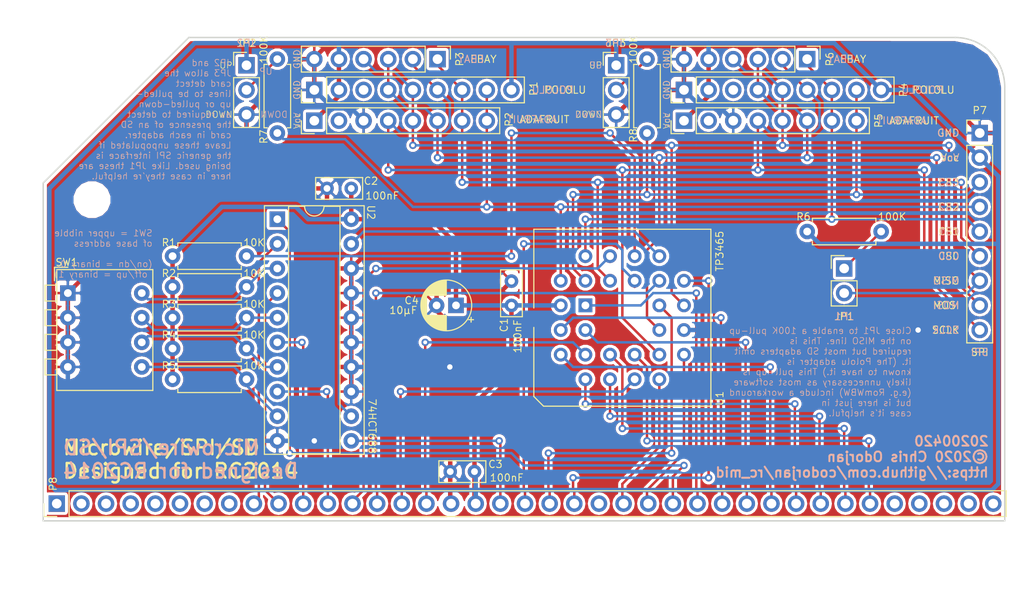
<source format=kicad_pcb>
(kicad_pcb (version 4) (host pcbnew 4.0.5)
  (title_block (title "RC2014 MID") (date 2020-04-20) (comment 1 "Microwire/SPI Interface"))
  (layers (0 F.Cu signal) (31 B.Cu signal) (34 B.Paste user) (35 F.Paste user) (36 B.SilkS user) (37 F.SilkS user) (38 B.Mask user) (39 F.Mask user) (44 Edge.Cuts user))
  (net 0 "")
  (net 1 VCC)
  (net 2 GND)
  (net 3 /CLK)
  (net 4 "Net-(P1-Pad3)")
  (net 5 /A7)
  (net 6 /A6)
  (net 7 /A5)
  (net 8 /A4)
  (net 9 /A3)
  (net 10 /A2)
  (net 11 /A1)
  (net 12 /A0)
  (net 13 /~M1)
  (net 14 /~RESET)
  (net 15 /~INT)
  (net 16 /~WR)
  (net 17 /~RD)
  (net 18 /~IORQ)
  (net 19 /D0)
  (net 20 /D1)
  (net 21 /D2)
  (net 22 /D3)
  (net 23 /D4)
  (net 24 /D5)
  (net 25 /D6)
  (net 26 /D7)
  (net 27 "Net-(JP1-Pad1)")
  (net 28 /MISO)
  (net 29 "Net-(JP2-Pad2)")
  (net 30 "Net-(JP3-Pad2)")
  (net 31 /MOSI)
  (net 32 /SCLK)
  (net 33 /~SDCS1)
  (net 34 /~SDCD1)
  (net 35 "Net-(P2-Pad2)")
  (net 36 "Net-(P4-Pad3)")
  (net 37 /~SDCS2)
  (net 38 /~SDCD2)
  (net 39 "Net-(P5-Pad2)")
  (net 40 "Net-(P8-Pad1)")
  (net 41 "Net-(P8-Pad2)")
  (net 42 "Net-(P8-Pad3)")
  (net 43 "Net-(P8-Pad4)")
  (net 44 "Net-(P8-Pad5)")
  (net 45 "Net-(P8-Pad6)")
  (net 46 "Net-(P8-Pad7)")
  (net 47 "Net-(P8-Pad8)")
  (net 48 "Net-(P8-Pad23)")
  (net 49 "Net-(P8-Pad35)")
  (net 50 "Net-(P8-Pad36)")
  (net 51 "Net-(P8-Pad37)")
  (net 52 "Net-(P8-Pad38)")
  (net 53 "Net-(P8-Pad39)")
  (net 54 "Net-(R1-Pad2)")
  (net 55 "Net-(R2-Pad2)")
  (net 56 "Net-(R3-Pad2)")
  (net 57 "Net-(R4-Pad2)")
  (net 58 "Net-(R5-Pad2)")
  (net 59 /~CS)
  (module Mounting_Holes:MountingHole_3.2mm_M3 (layer F.Cu) (at 93.93 105.3)
    (fp_text reference REF** hide)
    (fp_text value MountingHole_3.2mm_M3)
    (pad 1 np_thru_hole circle (at 0 0) (size 3.2 3.2) (drill 3.2) (layers *.Cu *.Mask))
  )
  (module Capacitor_THT:C_Rect_L4.6mm_W2.0mm_P2.50mm_MKS02_FKP02 (layer F.Cu) (at 137.16 116.205 90)
    (fp_text reference C1 (at -2.032 -0.762 90) (layer F.SilkS) (effects (font (size 0.75 0.75) (thickness 0.1))))
    (fp_text value 100nF)
    (pad 1 thru_hole circle (at 0 0 90) (size 1.4 1.4) (drill 0.7) (layers *.Cu *.Mask) (net 1 VCC))
    (pad 2 thru_hole circle (at 2.5 0 90) (size 1.4 1.4) (drill 0.7) (layers *.Cu *.Mask) (net 2 GND))
  )
  (module Capacitor_THT:C_Rect_L4.6mm_W2.0mm_P2.50mm_MKS02_FKP02 (layer F.Cu) (at 120.65 104.14 180)
    (fp_text reference C2 (at -2.032 0.762 180) (layer F.SilkS) (effects (font (size 0.75 0.75) (thickness 0.1))))
    (fp_text value 100nF)
    (pad 1 thru_hole circle (at 0 0 180) (size 1.4 1.4) (drill 0.7) (layers *.Cu *.Mask) (net 1 VCC))
    (pad 2 thru_hole circle (at 2.5 0 180) (size 1.4 1.4) (drill 0.7) (layers *.Cu *.Mask) (net 2 GND))
  )
  (module Capacitor_THT:C_Rect_L4.6mm_W2.0mm_P2.50mm_MKS02_FKP02 (layer F.Cu) (at 133.35 133.35 180)
    (fp_text reference C3 (at -2.159 0.762 180) (layer F.SilkS) (effects (font (size 0.75 0.75) (thickness 0.1))))
    (fp_text value 100nF)
    (pad 1 thru_hole circle (at 0 0 180) (size 1.4 1.4) (drill 0.7) (layers *.Cu *.Mask) (net 1 VCC))
    (pad 2 thru_hole circle (at 2.5 0 180) (size 1.4 1.4) (drill 0.7) (layers *.Cu *.Mask) (net 2 GND))
  )
  (module Capacitor_THT:CP_Radial_D5.0mm_P2.00mm (layer F.Cu) (at 131.445 116.205 180)
    (fp_text reference C4 (at 4.572 0.508 180) (layer F.SilkS) (effects (font (size 0.75 0.75) (thickness 0.1))))
    (fp_text value 10µF)
    (pad 1 thru_hole rect (at 0 0 180) (size 1.6 1.6) (drill 0.8) (layers *.Cu *.Mask) (net 1 VCC))
    (pad 2 thru_hole circle (at 2 0 180) (size 1.6 1.6) (drill 0.8) (layers *.Cu *.Mask) (net 2 GND))
  )
  (module Connector_PinHeader_2.54mm:PinHeader_1x02_P2.54mm_Vertical (layer F.Cu) (at 171.45 112.395)
    (fp_text reference JP1 (at 0 4.953) (layer F.SilkS) (effects (font (size 0.75 0.75) (thickness 0.1))))
    (fp_text value MISO_PULLUP)
    (pad 1 thru_hole rect (at 0 0) (size 1.7 1.7) (drill 1) (layers *.Cu *.Mask) (net 27 "Net-(JP1-Pad1)"))
    (pad 2 thru_hole oval (at 0 2.54) (size 1.7 1.7) (drill 1) (layers *.Cu *.Mask) (net 28 /MISO))
  )
  (module Connector_PinHeader_2.54mm:PinHeader_1x03_P2.54mm_Vertical (layer F.Cu) (at 109.855 91.44)
    (fp_text reference JP2 (at 0 -2.286) (layer F.SilkS) (effects (font (size 0.75 0.75) (thickness 0.1))))
    (fp_text value SDCD1_PULL)
    (pad 1 thru_hole rect (at 0 0) (size 1.7 1.7) (drill 1) (layers *.Cu *.Mask) (net 1 VCC))
    (pad 2 thru_hole oval (at 0 2.54) (size 1.7 1.7) (drill 1) (layers *.Cu *.Mask) (net 29 "Net-(JP2-Pad2)"))
    (pad 3 thru_hole oval (at 0 5.08) (size 1.7 1.7) (drill 1) (layers *.Cu *.Mask) (net 2 GND))
  )
  (module Connector_PinHeader_2.54mm:PinHeader_1x03_P2.54mm_Vertical (layer F.Cu) (at 147.955 91.44)
    (fp_text reference JP3 (at 0 -2.286) (layer F.SilkS) (effects (font (size 0.75 0.75) (thickness 0.1))))
    (fp_text value SDCD2_PULL)
    (pad 1 thru_hole rect (at 0 0) (size 1.7 1.7) (drill 1) (layers *.Cu *.Mask) (net 1 VCC))
    (pad 2 thru_hole oval (at 0 2.54) (size 1.7 1.7) (drill 1) (layers *.Cu *.Mask) (net 30 "Net-(JP3-Pad2)"))
    (pad 3 thru_hole oval (at 0 5.08) (size 1.7 1.7) (drill 1) (layers *.Cu *.Mask) (net 2 GND))
  )
  (module Connector_PinHeader_2.54mm:PinHeader_1x08_P2.54mm_Vertical (layer F.Cu) (at 116.84 97.155 90)
    (fp_text reference P2 (at 0.127 20.066 90) (layer F.SilkS) (effects (font (size 0.75 0.75) (thickness 0.1))))
    (fp_text value ADAFRUIT_MICROSD1)
    (pad 1 thru_hole rect (at 0 0 90) (size 1.7 1.7) (drill 1) (layers *.Cu *.Mask) (net 1 VCC))
    (pad 2 thru_hole oval (at 0 2.54 90) (size 1.7 1.7) (drill 1) (layers *.Cu *.Mask) (net 35 "Net-(P2-Pad2)"))
    (pad 3 thru_hole oval (at 0 5.08 90) (size 1.7 1.7) (drill 1) (layers *.Cu *.Mask) (net 2 GND))
    (pad 4 thru_hole oval (at 0 7.62 90) (size 1.7 1.7) (drill 1) (layers *.Cu *.Mask) (net 32 /SCLK))
    (pad 5 thru_hole oval (at 0 10.16 90) (size 1.7 1.7) (drill 1) (layers *.Cu *.Mask) (net 28 /MISO))
    (pad 6 thru_hole oval (at 0 12.7 90) (size 1.7 1.7) (drill 1) (layers *.Cu *.Mask) (net 31 /MOSI))
    (pad 7 thru_hole oval (at 0 15.24 90) (size 1.7 1.7) (drill 1) (layers *.Cu *.Mask) (net 33 /~SDCS1))
    (pad 8 thru_hole oval (at 0 17.78 90) (size 1.7 1.7) (drill 1) (layers *.Cu *.Mask) (net 34 /~SDCD1))
  )
  (module Connector_PinHeader_2.54mm:PinHeader_1x06_P2.54mm_Vertical (layer F.Cu) (at 129.54 90.805 270)
    (fp_text reference P3 (at 0 -2.286 270) (layer F.SilkS) (effects (font (size 0.75 0.75) (thickness 0.1))))
    (fp_text value EBAY_MICROSD1)
    (pad 1 thru_hole rect (at 0 0 270) (size 1.7 1.7) (drill 1) (layers *.Cu *.Mask) (net 33 /~SDCS1))
    (pad 2 thru_hole oval (at 0 2.54 270) (size 1.7 1.7) (drill 1) (layers *.Cu *.Mask) (net 32 /SCLK))
    (pad 3 thru_hole oval (at 0 5.08 270) (size 1.7 1.7) (drill 1) (layers *.Cu *.Mask) (net 31 /MOSI))
    (pad 4 thru_hole oval (at 0 7.62 270) (size 1.7 1.7) (drill 1) (layers *.Cu *.Mask) (net 28 /MISO))
    (pad 5 thru_hole oval (at 0 10.16 270) (size 1.7 1.7) (drill 1) (layers *.Cu *.Mask) (net 1 VCC))
    (pad 6 thru_hole oval (at 0 12.7 270) (size 1.7 1.7) (drill 1) (layers *.Cu *.Mask) (net 2 GND))
  )
  (module Connector_PinHeader_2.54mm:PinHeader_1x09_P2.54mm_Vertical (layer F.Cu) (at 154.94 93.98 90)
    (fp_text reference P4 (at 0 22.606 90) (layer F.SilkS) (effects (font (size 0.75 0.75) (thickness 0.1))))
    (fp_text value POLOLU_MICROSD2)
    (pad 1 thru_hole rect (at 0 0 90) (size 1.7 1.7) (drill 1) (layers *.Cu *.Mask) (net 2 GND))
    (pad 2 thru_hole oval (at 0 2.54 90) (size 1.7 1.7) (drill 1) (layers *.Cu *.Mask) (net 1 VCC))
    (pad 3 thru_hole oval (at 0 5.08 90) (size 1.7 1.7) (drill 1) (layers *.Cu *.Mask) (net 36 "Net-(P4-Pad3)"))
    (pad 4 thru_hole oval (at 0 7.62 90) (size 1.7 1.7) (drill 1) (layers *.Cu *.Mask) (net 31 /MOSI))
    (pad 5 thru_hole oval (at 0 10.16 90) (size 1.7 1.7) (drill 1) (layers *.Cu *.Mask) (net 28 /MISO))
    (pad 6 thru_hole oval (at 0 12.7 90) (size 1.7 1.7) (drill 1) (layers *.Cu *.Mask) (net 32 /SCLK))
    (pad 7 thru_hole oval (at 0 15.24 90) (size 1.7 1.7) (drill 1) (layers *.Cu *.Mask) (net 37 /~SDCS2))
    (pad 8 thru_hole oval (at 0 17.78 90) (size 1.7 1.7) (drill 1) (layers *.Cu *.Mask) (net 38 /~SDCD2))
    (pad 9 thru_hole oval (at 0 20.32 90) (size 1.7 1.7) (drill 1) (layers *.Cu *.Mask) (net 1 VCC))
  )
  (module Connector_PinHeader_2.54mm:PinHeader_1x08_P2.54mm_Vertical (layer F.Cu) (at 154.94 97.155 90)
    (fp_text reference P5 (at 0 20.066 90) (layer F.SilkS) (effects (font (size 0.75 0.75) (thickness 0.1))))
    (fp_text value ADAFRUIT_MICROSD2)
    (pad 1 thru_hole rect (at 0 0 90) (size 1.7 1.7) (drill 1) (layers *.Cu *.Mask) (net 1 VCC))
    (pad 2 thru_hole oval (at 0 2.54 90) (size 1.7 1.7) (drill 1) (layers *.Cu *.Mask) (net 39 "Net-(P5-Pad2)"))
    (pad 3 thru_hole oval (at 0 5.08 90) (size 1.7 1.7) (drill 1) (layers *.Cu *.Mask) (net 2 GND))
    (pad 4 thru_hole oval (at 0 7.62 90) (size 1.7 1.7) (drill 1) (layers *.Cu *.Mask) (net 32 /SCLK))
    (pad 5 thru_hole oval (at 0 10.16 90) (size 1.7 1.7) (drill 1) (layers *.Cu *.Mask) (net 28 /MISO))
    (pad 6 thru_hole oval (at 0 12.7 90) (size 1.7 1.7) (drill 1) (layers *.Cu *.Mask) (net 31 /MOSI))
    (pad 7 thru_hole oval (at 0 15.24 90) (size 1.7 1.7) (drill 1) (layers *.Cu *.Mask) (net 37 /~SDCS2))
    (pad 8 thru_hole oval (at 0 17.78 90) (size 1.7 1.7) (drill 1) (layers *.Cu *.Mask) (net 38 /~SDCD2))
  )
  (module Connector_PinHeader_2.54mm:PinHeader_1x06_P2.54mm_Vertical (layer F.Cu) (at 167.64 90.805 270)
    (fp_text reference P6 (at 0 -2.33 270) (layer F.SilkS) (effects (font (size 0.75 0.75) (thickness 0.1))))
    (fp_text value EBAY_MICROSD2)
    (pad 1 thru_hole rect (at 0 0 270) (size 1.7 1.7) (drill 1) (layers *.Cu *.Mask) (net 37 /~SDCS2))
    (pad 2 thru_hole oval (at 0 2.54 270) (size 1.7 1.7) (drill 1) (layers *.Cu *.Mask) (net 32 /SCLK))
    (pad 3 thru_hole oval (at 0 5.08 270) (size 1.7 1.7) (drill 1) (layers *.Cu *.Mask) (net 31 /MOSI))
    (pad 4 thru_hole oval (at 0 7.62 270) (size 1.7 1.7) (drill 1) (layers *.Cu *.Mask) (net 28 /MISO))
    (pad 5 thru_hole oval (at 0 10.16 270) (size 1.7 1.7) (drill 1) (layers *.Cu *.Mask) (net 1 VCC))
    (pad 6 thru_hole oval (at 0 12.7 270) (size 1.7 1.7) (drill 1) (layers *.Cu *.Mask) (net 2 GND))
  )
  (module Connector_PinHeader_2.54mm:PinHeader_1x39_P2.54mm_Vertical (layer F.Cu) (at 90.297 136.652 90)
    (fp_text reference P8 (at 2.032 -0.381 90) (layer F.SilkS) (effects (font (size 0.75 0.75) (thickness 0.1))))
    (fp_text value RC2014_STANDARD_DEV_39)
    (pad 1 thru_hole rect (at 0 0 90) (size 1.7 1.7) (drill 1) (layers *.Cu *.Mask) (net 40 "Net-(P8-Pad1)"))
    (pad 2 thru_hole oval (at 0 2.54 90) (size 1.7 1.7) (drill 1) (layers *.Cu *.Mask) (net 41 "Net-(P8-Pad2)"))
    (pad 3 thru_hole oval (at 0 5.08 90) (size 1.7 1.7) (drill 1) (layers *.Cu *.Mask) (net 42 "Net-(P8-Pad3)"))
    (pad 4 thru_hole oval (at 0 7.62 90) (size 1.7 1.7) (drill 1) (layers *.Cu *.Mask) (net 43 "Net-(P8-Pad4)"))
    (pad 5 thru_hole oval (at 0 10.16 90) (size 1.7 1.7) (drill 1) (layers *.Cu *.Mask) (net 44 "Net-(P8-Pad5)"))
    (pad 6 thru_hole oval (at 0 12.7 90) (size 1.7 1.7) (drill 1) (layers *.Cu *.Mask) (net 45 "Net-(P8-Pad6)"))
    (pad 7 thru_hole oval (at 0 15.24 90) (size 1.7 1.7) (drill 1) (layers *.Cu *.Mask) (net 46 "Net-(P8-Pad7)"))
    (pad 8 thru_hole oval (at 0 17.78 90) (size 1.7 1.7) (drill 1) (layers *.Cu *.Mask) (net 47 "Net-(P8-Pad8)"))
    (pad 9 thru_hole oval (at 0 20.32 90) (size 1.7 1.7) (drill 1) (layers *.Cu *.Mask) (net 5 /A7))
    (pad 10 thru_hole oval (at 0 22.86 90) (size 1.7 1.7) (drill 1) (layers *.Cu *.Mask) (net 6 /A6))
    (pad 11 thru_hole oval (at 0 25.4 90) (size 1.7 1.7) (drill 1) (layers *.Cu *.Mask) (net 7 /A5))
    (pad 12 thru_hole oval (at 0 27.94 90) (size 1.7 1.7) (drill 1) (layers *.Cu *.Mask) (net 8 /A4))
    (pad 13 thru_hole oval (at 0 30.48 90) (size 1.7 1.7) (drill 1) (layers *.Cu *.Mask) (net 9 /A3))
    (pad 14 thru_hole oval (at 0 33.02 90) (size 1.7 1.7) (drill 1) (layers *.Cu *.Mask) (net 10 /A2))
    (pad 15 thru_hole oval (at 0 35.56 90) (size 1.7 1.7) (drill 1) (layers *.Cu *.Mask) (net 11 /A1))
    (pad 16 thru_hole oval (at 0 38.1 90) (size 1.7 1.7) (drill 1) (layers *.Cu *.Mask) (net 12 /A0))
    (pad 17 thru_hole oval (at 0 40.64 90) (size 1.7 1.7) (drill 1) (layers *.Cu *.Mask) (net 2 GND))
    (pad 18 thru_hole oval (at 0 43.18 90) (size 1.7 1.7) (drill 1) (layers *.Cu *.Mask) (net 1 VCC))
    (pad 19 thru_hole oval (at 0 45.72 90) (size 1.7 1.7) (drill 1) (layers *.Cu *.Mask) (net 13 /~M1))
    (pad 20 thru_hole oval (at 0 48.26 90) (size 1.7 1.7) (drill 1) (layers *.Cu *.Mask) (net 14 /~RESET))
    (pad 21 thru_hole oval (at 0 50.8 90) (size 1.7 1.7) (drill 1) (layers *.Cu *.Mask) (net 3 /CLK))
    (pad 22 thru_hole oval (at 0 53.34 90) (size 1.7 1.7) (drill 1) (layers *.Cu *.Mask) (net 15 /~INT))
    (pad 23 thru_hole oval (at 0 55.88 90) (size 1.7 1.7) (drill 1) (layers *.Cu *.Mask) (net 48 "Net-(P8-Pad23)"))
    (pad 24 thru_hole oval (at 0 58.42 90) (size 1.7 1.7) (drill 1) (layers *.Cu *.Mask) (net 16 /~WR))
    (pad 25 thru_hole oval (at 0 60.96 90) (size 1.7 1.7) (drill 1) (layers *.Cu *.Mask) (net 17 /~RD))
    (pad 26 thru_hole oval (at 0 63.5 90) (size 1.7 1.7) (drill 1) (layers *.Cu *.Mask) (net 18 /~IORQ))
    (pad 27 thru_hole oval (at 0 66.04 90) (size 1.7 1.7) (drill 1) (layers *.Cu *.Mask) (net 19 /D0))
    (pad 28 thru_hole oval (at 0 68.58 90) (size 1.7 1.7) (drill 1) (layers *.Cu *.Mask) (net 20 /D1))
    (pad 29 thru_hole oval (at 0 71.12 90) (size 1.7 1.7) (drill 1) (layers *.Cu *.Mask) (net 21 /D2))
    (pad 30 thru_hole oval (at 0 73.66 90) (size 1.7 1.7) (drill 1) (layers *.Cu *.Mask) (net 22 /D3))
    (pad 31 thru_hole oval (at 0 76.2 90) (size 1.7 1.7) (drill 1) (layers *.Cu *.Mask) (net 23 /D4))
    (pad 32 thru_hole oval (at 0 78.74 90) (size 1.7 1.7) (drill 1) (layers *.Cu *.Mask) (net 24 /D5))
    (pad 33 thru_hole oval (at 0 81.28 90) (size 1.7 1.7) (drill 1) (layers *.Cu *.Mask) (net 25 /D6))
    (pad 34 thru_hole oval (at 0 83.82 90) (size 1.7 1.7) (drill 1) (layers *.Cu *.Mask) (net 26 /D7))
    (pad 35 thru_hole oval (at 0 86.36 90) (size 1.7 1.7) (drill 1) (layers *.Cu *.Mask) (net 49 "Net-(P8-Pad35)"))
    (pad 36 thru_hole oval (at 0 88.9 90) (size 1.7 1.7) (drill 1) (layers *.Cu *.Mask) (net 50 "Net-(P8-Pad36)"))
    (pad 37 thru_hole oval (at 0 91.44 90) (size 1.7 1.7) (drill 1) (layers *.Cu *.Mask) (net 51 "Net-(P8-Pad37)"))
    (pad 38 thru_hole oval (at 0 93.98 90) (size 1.7 1.7) (drill 1) (layers *.Cu *.Mask) (net 52 "Net-(P8-Pad38)"))
    (pad 39 thru_hole oval (at 0 96.52 90) (size 1.7 1.7) (drill 1) (layers *.Cu *.Mask) (net 53 "Net-(P8-Pad39)"))
  )
  (module Resistor_THT:R_Axial_DIN0207_L6.3mm_D2.5mm_P7.62mm_Horizontal (layer F.Cu) (at 102.235 111.125)
    (fp_text reference R1 (at -0.381 -1.397) (layer F.SilkS) (effects (font (size 0.75 0.75) (thickness 0.1))))
    (fp_text value 10K)
    (pad 1 thru_hole circle (at 0 0) (size 1.6 1.6) (drill 0.8) (layers *.Cu *.Mask) (net 1 VCC))
    (pad 2 thru_hole oval (at 7.62 0) (size 1.6 1.6) (drill 0.8) (layers *.Cu *.Mask) (net 54 "Net-(R1-Pad2)"))
  )
  (module Resistor_THT:R_Axial_DIN0207_L6.3mm_D2.5mm_P7.62mm_Horizontal (layer F.Cu) (at 102.235 114.3)
    (fp_text reference R2 (at -0.381 -1.397) (layer F.SilkS) (effects (font (size 0.75 0.75) (thickness 0.1))))
    (fp_text value 10K)
    (pad 1 thru_hole circle (at 0 0) (size 1.6 1.6) (drill 0.8) (layers *.Cu *.Mask) (net 1 VCC))
    (pad 2 thru_hole oval (at 7.62 0) (size 1.6 1.6) (drill 0.8) (layers *.Cu *.Mask) (net 55 "Net-(R2-Pad2)"))
  )
  (module Resistor_THT:R_Axial_DIN0207_L6.3mm_D2.5mm_P7.62mm_Horizontal (layer F.Cu) (at 102.235 117.475)
    (fp_text reference R3 (at -0.381 -1.397) (layer F.SilkS) (effects (font (size 0.75 0.75) (thickness 0.1))))
    (fp_text value 10K)
    (pad 1 thru_hole circle (at 0 0) (size 1.6 1.6) (drill 0.8) (layers *.Cu *.Mask) (net 1 VCC))
    (pad 2 thru_hole oval (at 7.62 0) (size 1.6 1.6) (drill 0.8) (layers *.Cu *.Mask) (net 56 "Net-(R3-Pad2)"))
  )
  (module Resistor_THT:R_Axial_DIN0207_L6.3mm_D2.5mm_P7.62mm_Horizontal (layer F.Cu) (at 102.235 120.65)
    (fp_text reference R4 (at -0.381 -1.397) (layer F.SilkS) (effects (font (size 0.75 0.75) (thickness 0.1))))
    (fp_text value 10K)
    (pad 1 thru_hole circle (at 0 0) (size 1.6 1.6) (drill 0.8) (layers *.Cu *.Mask) (net 1 VCC))
    (pad 2 thru_hole oval (at 7.62 0) (size 1.6 1.6) (drill 0.8) (layers *.Cu *.Mask) (net 57 "Net-(R4-Pad2)"))
  )
  (module Resistor_THT:R_Axial_DIN0207_L6.3mm_D2.5mm_P7.62mm_Horizontal (layer F.Cu) (at 102.235 123.825)
    (fp_text reference R5 (at -0.381 -1.397) (layer F.SilkS) (effects (font (size 0.75 0.75) (thickness 0.1))))
    (fp_text value 10K)
    (pad 1 thru_hole circle (at 0 0) (size 1.6 1.6) (drill 0.8) (layers *.Cu *.Mask) (net 1 VCC))
    (pad 2 thru_hole oval (at 7.62 0) (size 1.6 1.6) (drill 0.8) (layers *.Cu *.Mask) (net 58 "Net-(R5-Pad2)"))
  )
  (module Resistor_THT:R_Axial_DIN0207_L6.3mm_D2.5mm_P7.62mm_Horizontal (layer F.Cu) (at 167.64 108.585)
    (fp_text reference R6 (at -0.381 -1.524) (layer F.SilkS) (effects (font (size 0.75 0.75) (thickness 0.1))))
    (fp_text value 100K)
    (pad 1 thru_hole circle (at 0 0) (size 1.6 1.6) (drill 0.8) (layers *.Cu *.Mask) (net 1 VCC))
    (pad 2 thru_hole oval (at 7.62 0) (size 1.6 1.6) (drill 0.8) (layers *.Cu *.Mask) (net 27 "Net-(JP1-Pad1)"))
  )
  (module Resistor_THT:R_Axial_DIN0207_L6.3mm_D2.5mm_P7.62mm_Horizontal (layer F.Cu) (at 113.03 90.805 270)
    (fp_text reference R7 (at 8.001 1.397 270) (layer F.SilkS) (effects (font (size 0.75 0.75) (thickness 0.1))))
    (fp_text value 100K)
    (pad 1 thru_hole circle (at 0 0 270) (size 1.6 1.6) (drill 0.8) (layers *.Cu *.Mask) (net 29 "Net-(JP2-Pad2)"))
    (pad 2 thru_hole oval (at 7.62 0 270) (size 1.6 1.6) (drill 0.8) (layers *.Cu *.Mask) (net 34 /~SDCD1))
  )
  (module Resistor_THT:R_Axial_DIN0207_L6.3mm_D2.5mm_P7.62mm_Horizontal (layer F.Cu) (at 151.13 90.805 270)
    (fp_text reference R8 (at 7.874 1.397 270) (layer F.SilkS) (effects (font (size 0.75 0.75) (thickness 0.1))))
    (fp_text value 100K)
    (pad 1 thru_hole circle (at 0 0 270) (size 1.6 1.6) (drill 0.8) (layers *.Cu *.Mask) (net 30 "Net-(JP3-Pad2)"))
    (pad 2 thru_hole oval (at 7.62 0 270) (size 1.6 1.6) (drill 0.8) (layers *.Cu *.Mask) (net 38 /~SDCD2))
  )
  (module Package_LCC:PLCC-28_THT-Socket (layer F.Cu) (at 144.78 116.205 90)
    (fp_text reference U1 hide)
    (fp_text value TP3465-PLCC)
    (pad 1 thru_hole rect (at 0 0 90) (size 1.4224 1.4224) (drill 0.8) (layers *.Cu *.Mask) (net 19 /D0))
    (pad 3 thru_hole circle (at -2.54 0 90) (size 1.4224 1.4224) (drill 0.8) (layers *.Cu *.Mask) (net 21 /D2))
    (pad 27 thru_hole circle (at 2.54 0 90) (size 1.4224 1.4224) (drill 0.8) (layers *.Cu *.Mask) (net 38 /~SDCD2))
    (pad 2 thru_hole circle (at -2.54 -2.54 90) (size 1.4224 1.4224) (drill 0.8) (layers *.Cu *.Mask) (net 20 /D1))
    (pad 4 thru_hole circle (at -5.08 -2.54 90) (size 1.4224 1.4224) (drill 0.8) (layers *.Cu *.Mask) (net 22 /D3))
    (pad 28 thru_hole circle (at 0 -2.54 90) (size 1.4224 1.4224) (drill 0.8) (layers *.Cu *.Mask) (net 1 VCC))
    (pad 6 thru_hole circle (at -5.08 0 90) (size 1.4224 1.4224) (drill 0.8) (layers *.Cu *.Mask) (net 12 /A0))
    (pad 8 thru_hole circle (at -5.08 2.54 90) (size 1.4224 1.4224) (drill 0.8) (layers *.Cu *.Mask) (net 25 /D6))
    (pad 10 thru_hole circle (at -5.08 5.08 90) (size 1.4224 1.4224) (drill 0.8) (layers *.Cu *.Mask) (net 26 /D7))
    (pad 5 thru_hole circle (at -7.62 0 90) (size 1.4224 1.4224) (drill 0.8) (layers *.Cu *.Mask) (net 23 /D4))
    (pad 7 thru_hole circle (at -7.62 2.54 90) (size 1.4224 1.4224) (drill 0.8) (layers *.Cu *.Mask) (net 24 /D5))
    (pad 9 thru_hole circle (at -7.62 5.08 90) (size 1.4224 1.4224) (drill 0.8) (layers *.Cu *.Mask) (net 11 /A1))
    (pad 11 thru_hole circle (at -7.62 7.62 90) (size 1.4224 1.4224) (drill 0.8) (layers *.Cu *.Mask) (net 16 /~WR))
    (pad 13 thru_hole circle (at -5.08 7.62 90) (size 1.4224 1.4224) (drill 0.8) (layers *.Cu *.Mask) (net 32 /SCLK))
    (pad 15 thru_hole circle (at -2.54 7.62 90) (size 1.4224 1.4224) (drill 0.8) (layers *.Cu *.Mask) (net 31 /MOSI))
    (pad 17 thru_hole circle (at 0 7.62 90) (size 1.4224 1.4224) (drill 0.8) (layers *.Cu *.Mask) (net 3 /CLK))
    (pad 19 thru_hole circle (at 5.08 7.62 90) (size 1.4224 1.4224) (drill 0.8) (layers *.Cu *.Mask) (net 59 /~CS))
    (pad 12 thru_hole circle (at -5.08 10.16 90) (size 1.4224 1.4224) (drill 0.8) (layers *.Cu *.Mask) (net 17 /~RD))
    (pad 14 thru_hole circle (at -2.54 10.16 90) (size 1.4224 1.4224) (drill 0.8) (layers *.Cu *.Mask) (net 2 GND))
    (pad 16 thru_hole circle (at 0 10.16 90) (size 1.4224 1.4224) (drill 0.8) (layers *.Cu *.Mask) (net 28 /MISO))
    (pad 18 thru_hole circle (at 2.54 10.16 90) (size 1.4224 1.4224) (drill 0.8) (layers *.Cu *.Mask) (net 15 /~INT))
    (pad 20 thru_hole circle (at 2.54 7.62 90) (size 1.4224 1.4224) (drill 0.8) (layers *.Cu *.Mask) (net 10 /A2))
    (pad 22 thru_hole circle (at 2.54 5.08 90) (size 1.4224 1.4224) (drill 0.8) (layers *.Cu *.Mask) (net 14 /~RESET))
    (pad 24 thru_hole circle (at 2.54 2.54 90) (size 1.4224 1.4224) (drill 0.8) (layers *.Cu *.Mask) (net 33 /~SDCS1))
    (pad 26 thru_hole circle (at 2.54 -2.54 90) (size 1.4224 1.4224) (drill 0.8) (layers *.Cu *.Mask) (net 34 /~SDCD1))
    (pad 21 thru_hole circle (at 5.08 5.08 90) (size 1.4224 1.4224) (drill 0.8) (layers *.Cu *.Mask) (net 54 "Net-(R1-Pad2)"))
    (pad 23 thru_hole circle (at 5.08 2.54 90) (size 1.4224 1.4224) (drill 0.8) (layers *.Cu *.Mask) (net 9 /A3))
    (pad 25 thru_hole circle (at 5.08 0 90) (size 1.4224 1.4224) (drill 0.8) (layers *.Cu *.Mask) (net 37 /~SDCS2))
  )
  (module Package_DIP:DIP-20_W7.62mm_Socket (layer F.Cu) (at 113.03 107.315)
    (fp_text reference U2 hide)
    (fp_text value 74HCT688)
    (pad 1 thru_hole rect (at 0 0) (size 1.6 1.6) (drill 0.8) (layers *.Cu *.Mask) (net 18 /~IORQ))
    (pad 11 thru_hole oval (at 7.62 22.86) (size 1.6 1.6) (drill 0.8) (layers *.Cu *.Mask) (net 13 /~M1))
    (pad 2 thru_hole oval (at 0 2.54) (size 1.6 1.6) (drill 0.8) (layers *.Cu *.Mask) (net 5 /A7))
    (pad 12 thru_hole oval (at 7.62 20.32) (size 1.6 1.6) (drill 0.8) (layers *.Cu *.Mask) (net 54 "Net-(R1-Pad2)"))
    (pad 3 thru_hole oval (at 0 5.08) (size 1.6 1.6) (drill 0.8) (layers *.Cu *.Mask) (net 55 "Net-(R2-Pad2)"))
    (pad 13 thru_hole oval (at 7.62 17.78) (size 1.6 1.6) (drill 0.8) (layers *.Cu *.Mask) (net 2 GND))
    (pad 4 thru_hole oval (at 0 7.62) (size 1.6 1.6) (drill 0.8) (layers *.Cu *.Mask) (net 6 /A6))
    (pad 14 thru_hole oval (at 7.62 15.24) (size 1.6 1.6) (drill 0.8) (layers *.Cu *.Mask) (net 2 GND))
    (pad 5 thru_hole oval (at 0 10.16) (size 1.6 1.6) (drill 0.8) (layers *.Cu *.Mask) (net 56 "Net-(R3-Pad2)"))
    (pad 15 thru_hole oval (at 7.62 12.7) (size 1.6 1.6) (drill 0.8) (layers *.Cu *.Mask) (net 2 GND))
    (pad 6 thru_hole oval (at 0 12.7) (size 1.6 1.6) (drill 0.8) (layers *.Cu *.Mask) (net 7 /A5))
    (pad 16 thru_hole oval (at 7.62 10.16) (size 1.6 1.6) (drill 0.8) (layers *.Cu *.Mask) (net 2 GND))
    (pad 7 thru_hole oval (at 0 15.24) (size 1.6 1.6) (drill 0.8) (layers *.Cu *.Mask) (net 57 "Net-(R4-Pad2)"))
    (pad 17 thru_hole oval (at 7.62 7.62) (size 1.6 1.6) (drill 0.8) (layers *.Cu *.Mask) (net 2 GND))
    (pad 8 thru_hole oval (at 0 17.78) (size 1.6 1.6) (drill 0.8) (layers *.Cu *.Mask) (net 8 /A4))
    (pad 18 thru_hole oval (at 7.62 5.08) (size 1.6 1.6) (drill 0.8) (layers *.Cu *.Mask) (net 2 GND))
    (pad 9 thru_hole oval (at 0 20.32) (size 1.6 1.6) (drill 0.8) (layers *.Cu *.Mask) (net 58 "Net-(R5-Pad2)"))
    (pad 19 thru_hole oval (at 7.62 2.54) (size 1.6 1.6) (drill 0.8) (layers *.Cu *.Mask) (net 59 /~CS))
    (pad 10 thru_hole oval (at 0 22.86) (size 1.6 1.6) (drill 0.8) (layers *.Cu *.Mask) (net 2 GND))
    (pad 20 thru_hole oval (at 7.62 0) (size 1.6 1.6) (drill 0.8) (layers *.Cu *.Mask) (net 1 VCC))
  )
  (module Connector_PinHeader_2.54mm:PinHeader_1x09_P2.54mm_Vertical (layer F.Cu) (at 116.84 93.98 90)
    (fp_text reference P1 (at 0.127 22.606 90) (layer F.SilkS) (effects (font (size 0.75 0.75) (thickness 0.1))))
    (fp_text value POLOLU_MICROSD1)
    (pad 1 thru_hole rect (at 0 0 90) (size 1.7 1.7) (drill 1) (layers *.Cu *.Mask) (net 2 GND))
    (pad 2 thru_hole oval (at 0 2.54 90) (size 1.7 1.7) (drill 1) (layers *.Cu *.Mask) (net 1 VCC))
    (pad 3 thru_hole oval (at 0 5.08 90) (size 1.7 1.7) (drill 1) (layers *.Cu *.Mask) (net 4 "Net-(P1-Pad3)"))
    (pad 4 thru_hole oval (at 0 7.62 90) (size 1.7 1.7) (drill 1) (layers *.Cu *.Mask) (net 31 /MOSI))
    (pad 5 thru_hole oval (at 0 10.16 90) (size 1.7 1.7) (drill 1) (layers *.Cu *.Mask) (net 28 /MISO))
    (pad 6 thru_hole oval (at 0 12.7 90) (size 1.7 1.7) (drill 1) (layers *.Cu *.Mask) (net 32 /SCLK))
    (pad 7 thru_hole oval (at 0 15.24 90) (size 1.7 1.7) (drill 1) (layers *.Cu *.Mask) (net 33 /~SDCS1))
    (pad 8 thru_hole oval (at 0 17.78 90) (size 1.7 1.7) (drill 1) (layers *.Cu *.Mask) (net 34 /~SDCD1))
    (pad 9 thru_hole oval (at 0 20.32 90) (size 1.7 1.7) (drill 1) (layers *.Cu *.Mask) (net 1 VCC))
  )
  (module Button_Switch_THT:SW_DIP_SPSTx04_Piano_CTS_Series194-4MSTN_W7.62mm_P2.54mm (layer F.Cu) (at 91.44 114.935)
    (fp_text reference SW1 (at -0.127 -3.175) (layer F.SilkS) (effects (font (size 0.75 0.75) (thickness 0.1))))
    (fp_text value SW_DIP_x04)
    (pad 1 thru_hole rect (at 0 0) (size 1.6 1.6) (drill 0.8) (layers *.Cu *.Mask) (net 2 GND))
    (pad 5 thru_hole oval (at 7.62 7.62) (size 1.6 1.6) (drill 0.8) (layers *.Cu *.Mask) (net 58 "Net-(R5-Pad2)"))
    (pad 2 thru_hole oval (at 0 2.54) (size 1.6 1.6) (drill 0.8) (layers *.Cu *.Mask) (net 2 GND))
    (pad 6 thru_hole oval (at 7.62 5.08) (size 1.6 1.6) (drill 0.8) (layers *.Cu *.Mask) (net 57 "Net-(R4-Pad2)"))
    (pad 3 thru_hole oval (at 0 5.08) (size 1.6 1.6) (drill 0.8) (layers *.Cu *.Mask) (net 2 GND))
    (pad 7 thru_hole oval (at 7.62 2.54) (size 1.6 1.6) (drill 0.8) (layers *.Cu *.Mask) (net 56 "Net-(R3-Pad2)"))
    (pad 4 thru_hole oval (at 0 7.62) (size 1.6 1.6) (drill 0.8) (layers *.Cu *.Mask) (net 2 GND))
    (pad 8 thru_hole oval (at 7.62 0) (size 1.6 1.6) (drill 0.8) (layers *.Cu *.Mask) (net 55 "Net-(R2-Pad2)"))
  )
  (module Connector_PinHeader_2.54mm:PinHeader_1x09_P2.54mm_Vertical (layer F.Cu) (at 185.42 98.425)
    (fp_text reference P7 (at 0 -2.33) (layer F.SilkS) (effects (font (size 0.75 0.75) (thickness 0.1))))
    (fp_text value SPI)
    (pad 1 thru_hole rect (at 0 0) (size 1.7 1.7) (drill 1) (layers *.Cu *.Mask) (net 2 GND))
    (pad 2 thru_hole oval (at 0 2.54) (size 1.7 1.7) (drill 1) (layers *.Cu *.Mask) (net 1 VCC))
    (pad 3 thru_hole oval (at 0 5.08) (size 1.7 1.7) (drill 1) (layers *.Cu *.Mask) (net 38 /~SDCD2))
    (pad 4 thru_hole oval (at 0 7.62) (size 1.7 1.7) (drill 1) (layers *.Cu *.Mask) (net 34 /~SDCD1))
    (pad 5 thru_hole oval (at 0 10.16) (size 1.7 1.7) (drill 1) (layers *.Cu *.Mask) (net 37 /~SDCS2))
    (pad 6 thru_hole oval (at 0 12.7) (size 1.7 1.7) (drill 1) (layers *.Cu *.Mask) (net 33 /~SDCS1))
    (pad 7 thru_hole oval (at 0 15.24) (size 1.7 1.7) (drill 1) (layers *.Cu *.Mask) (net 28 /MISO))
    (pad 8 thru_hole oval (at 0 17.78) (size 1.7 1.7) (drill 1) (layers *.Cu *.Mask) (net 31 /MOSI))
    (pad 9 thru_hole oval (at 0 20.32) (size 1.7 1.7) (drill 1) (layers *.Cu *.Mask) (net 32 /SCLK))
  )
  (gr_text DOWN (at 108.458 96.52) (layer F.SilkS) (effects (font (size 0.66 0.66) (thickness 0.066)) (justify right)))
  (gr_text UP (at 108.458 91.44) (layer F.SilkS) (effects (font (size 0.66 0.66) (thickness 0.066)) (justify right)))
  (gr_text DOWN (at 146.558 96.52) (layer B.SilkS) (effects (font (size 0.66 0.66) (thickness 0.066)) (justify left mirror)))
  (gr_text UP (at 146.558 91.44) (layer B.SilkS) (effects (font (size 0.66 0.66) (thickness 0.066)) (justify left mirror)))
  (gr_text DOWN (at 111.252 96.52) (layer B.SilkS) (effects (font (size 0.66 0.66) (thickness 0.066)) (justify right mirror)))
  (gr_text UP (at 111.125 92.075) (layer B.SilkS) (effects (font (size 0.66 0.66) (thickness 0.066)) (justify right mirror)))
  (gr_text DOWN (at 146.558 96.52) (layer F.SilkS) (effects (font (size 0.66 0.66) (thickness 0.066)) (justify right)))
  (gr_text UP (at 146.558 91.44) (layer F.SilkS) (effects (font (size 0.66 0.66) (thickness 0.066)) (justify right)))
  (gr_text "SW1 = upper nibble\nof base address\n\n(on/dn = binary 0,\n off/up = binary 1)" (at 100.203 110.871) (layer B.SilkS) (effects (font (size 0.66 0.66) (thickness 0.066)) (justify left mirror)))
  (gr_text "JP2 and\nJP3 allow the\ncard detect\nlines to be pulled-\nup or pulled-down\nas required to detect\nthe presence of an SD\ncard in each adapter.\nLeave these unpopulated if\nthe generic SPI interface is\nbeing used. Like JP1 these are\nhere in case they're helpful." (at 108.331 97.028) (layer B.SilkS) (effects (font (size 0.66 0.66) (thickness 0.066)) (justify left mirror)))
  (gr_text SCLK (at 183.388 118.745) (layer B.SilkS) (effects (font (size 0.75 0.75) (thickness 0.1)) (justify left mirror)))
  (gr_text MOSI (at 183.388 116.205) (layer B.SilkS) (effects (font (size 0.75 0.75) (thickness 0.1)) (justify left mirror)))
  (gr_text MISO (at 183.388 113.665) (layer B.SilkS) (effects (font (size 0.75 0.75) (thickness 0.1)) (justify left mirror)))
  (gr_text CS0 (at 183.388 111.125) (layer B.SilkS) (effects (font (size 0.75 0.75) (thickness 0.1)) (justify left mirror)))
  (gr_text CS1 (at 183.388 108.585) (layer B.SilkS) (effects (font (size 0.75 0.75) (thickness 0.1)) (justify left mirror)))
  (gr_text CS2 (at 183.388 106.045) (layer B.SilkS) (effects (font (size 0.75 0.75) (thickness 0.1)) (justify left mirror)))
  (gr_text CS3 (at 183.388 103.505) (layer B.SilkS) (effects (font (size 0.75 0.75) (thickness 0.1)) (justify left mirror)))
  (gr_text Vcc (at 183.388 100.965) (layer B.SilkS) (effects (font (size 0.75 0.75) (thickness 0.1)) (justify left mirror)))
  (gr_text GND (at 183.388 98.425) (layer B.SilkS) (effects (font (size 0.75 0.75) (thickness 0.1)) (justify left mirror)))
  (gr_text SPI (at 185.42 121.031) (layer B.SilkS) (effects (font (size 0.75 0.75) (thickness 0.1)) (justify mirror)))
  (gr_text "Close JP1 to enable a 100K pull-up\non the MISO line. This is\nrequired but most SD adapters omit\nit. (The Pololu adapter is\nknown to have it.) This pull-up is\nlikely unnecessary as most software\n(e.g. RomWBW) include a workaround\nbut is here just in\ncase it's helpful." (at 178.435 123.063) (layer B.SilkS) (effects (font (size 0.66 0.66) (thickness 0.066)) (justify left mirror)))
  (gr_text JP1 (at 171.45 117.348) (layer B.SilkS) (effects (font (size 0.75 0.75) (thickness 0.1)) (justify mirror)))
  (gr_text JP2 (at 109.855 89.154) (layer B.SilkS) (effects (font (size 0.75 0.75) (thickness 0.1)) (justify mirror)))
  (gr_text JP3 (at 147.828 89.154) (layer B.SilkS) (effects (font (size 0.75 0.75) (thickness 0.1)) (justify mirror)))
  (gr_text Vcc (at 153.162 97.155 90) (layer B.SilkS) (effects (font (size 0.66 0.66) (thickness 0.066)) (justify mirror)))
  (gr_text GND (at 153.162 93.98 90) (layer B.SilkS) (effects (font (size 0.66 0.66) (thickness 0.066)) (justify mirror)))
  (gr_text GND (at 153.162 90.805 90) (layer B.SilkS) (effects (font (size 0.66 0.66) (thickness 0.066)) (justify mirror)))
  (gr_text Vcc (at 115.062 97.155 90) (layer B.SilkS) (effects (font (size 0.66 0.66) (thickness 0.066)) (justify mirror)))
  (gr_text GND (at 115.062 93.98 90) (layer B.SilkS) (effects (font (size 0.66 0.66) (thickness 0.066)) (justify mirror)))
  (gr_text GND (at 115.062 90.805 90) (layer B.SilkS) (effects (font (size 0.66 0.66) (thickness 0.066)) (justify mirror)))
  (gr_text Vcc (at 153.162 97.155 90) (layer F.SilkS) (effects (font (size 0.66 0.66) (thickness 0.066))))
  (gr_text Vcc (at 115.062 97.155 90) (layer F.SilkS) (effects (font (size 0.66 0.66) (thickness 0.066))))
  (gr_text GND (at 115.062 93.98 90) (layer F.SilkS) (effects (font (size 0.66 0.66) (thickness 0.066))))
  (gr_text GND (at 115.062 90.805 90) (layer F.SilkS) (effects (font (size 0.66 0.66) (thickness 0.066))))
  (gr_text GND (at 153.162 93.98 90) (layer F.SilkS) (effects (font (size 0.66 0.66) (thickness 0.066))))
  (gr_text GND (at 153.162 90.805 90) (layer F.SilkS) (effects (font (size 0.66 0.66) (thickness 0.066))))
  (gr_text ADAFRUIT (at 174.752 97.155) (layer B.SilkS) (effects (font (size 0.75 0.75) (thickness 0.1)) (justify right mirror)))
  (gr_text POLOLU (at 177.292 93.98) (layer B.SilkS) (effects (font (size 0.75 0.75) (thickness 0.1)) (justify right mirror)))
  (gr_text EBAY (at 169.672 90.805) (layer B.SilkS) (effects (font (size 0.75 0.75) (thickness 0.1)) (justify right mirror)))
  (gr_text ADAFRUIT (at 136.652 97.028) (layer B.SilkS) (effects (font (size 0.75 0.75) (thickness 0.1)) (justify right mirror)))
  (gr_text POLOLU (at 139.192 93.98) (layer B.SilkS) (effects (font (size 0.75 0.75) (thickness 0.1)) (justify right mirror)))
  (gr_text EBAY (at 131.572 90.805) (layer B.SilkS) (effects (font (size 0.75 0.75) (thickness 0.1)) (justify right mirror)))
  (gr_text "20200420\n©2020 Chris Odorjan\nhttps://github.com/codorjan/rc_mid" (at 186.436 131.826) (layer B.SilkS) (effects (font (size 1 1) (thickness 0.2)) (justify left mirror)))
  (gr_text "Microwire/SPI/SD\nDesigned for RC2014" (at 90.805 132.08) (layer F.SilkS) (effects (font (size 1.5 1.5) (thickness 0.25)) (justify left)))
  (gr_text "Microwire/SPI/SD\nDesigned for RC2014" (at 90.805 132.08) (layer B.SilkS) (effects (font (size 1.5 1.5) (thickness 0.25)) (justify right mirror)))
  (gr_text 100K (at 149.733 91.313 90) (layer F.SilkS) (effects (font (size 0.75 0.75) (thickness 0.1)) (justify left)))
  (gr_text 100K (at 111.633 91.313 90) (layer F.SilkS) (effects (font (size 0.75 0.75) (thickness 0.1)) (justify left)))
  (gr_text ADAFRUIT (at 137.922 97.028) (layer F.SilkS) (effects (font (size 0.75 0.75) (thickness 0.1)) (justify left)))
  (gr_text POLOLU (at 140.462 93.98) (layer F.SilkS) (effects (font (size 0.75 0.75) (thickness 0.1)) (justify left)))
  (gr_text EBAY (at 132.842 90.805) (layer F.SilkS) (effects (font (size 0.75 0.75) (thickness 0.1)) (justify left)))
  (gr_text ADAFRUIT (at 176.022 97.155) (layer F.SilkS) (effects (font (size 0.75 0.75) (thickness 0.1)) (justify left)))
  (gr_text POLOLU (at 178.435 93.98) (layer F.SilkS) (effects (font (size 0.75 0.75) (thickness 0.1)) (justify left)))
  (gr_text EBAY (at 170.942 90.805) (layer F.SilkS) (effects (font (size 0.75 0.75) (thickness 0.1)) (justify left)))
  (gr_text SPI (at 185.42 121.031) (layer F.SilkS) (effects (font (size 0.75 0.75) (thickness 0.1))))
  (gr_text SCLK (at 183.388 118.745) (layer F.SilkS) (effects (font (size 0.75 0.75) (thickness 0.1)) (justify right)))
  (gr_text MOSI (at 183.388 116.205) (layer F.SilkS) (effects (font (size 0.75 0.75) (thickness 0.1)) (justify right)))
  (gr_text MISO (at 183.388 113.665) (layer F.SilkS) (effects (font (size 0.75 0.75) (thickness 0.1)) (justify right)))
  (gr_text CS0 (at 183.388 111.125) (layer F.SilkS) (effects (font (size 0.75 0.75) (thickness 0.1)) (justify right)))
  (gr_text CS1 (at 183.388 108.585) (layer F.SilkS) (effects (font (size 0.75 0.75) (thickness 0.1)) (justify right)))
  (gr_text CS2 (at 183.388 106.045) (layer F.SilkS) (effects (font (size 0.75 0.75) (thickness 0.1)) (justify right)))
  (gr_text CS3 (at 183.388 103.505) (layer F.SilkS) (effects (font (size 0.75 0.75) (thickness 0.1)) (justify right)))
  (gr_text Vcc (at 183.388 100.965) (layer F.SilkS) (effects (font (size 0.75 0.75) (thickness 0.1)) (justify right)))
  (gr_text GND (at 183.388 98.425) (layer F.SilkS) (effects (font (size 0.75 0.75) (thickness 0.1)) (justify right)))
  (gr_text 100K (at 174.879 107.061) (layer F.SilkS) (effects (font (size 0.75 0.75) (thickness 0.1)) (justify left)))
  (gr_text TP3465 (at 158.623 108.458 90) (layer F.SilkS) (effects (font (size 0.75 0.75) (thickness 0.1)) (justify right)))
  (gr_text U1 (at 158.623 126.619 90) (layer F.SilkS) (effects (font (size 0.75 0.75) (thickness 0.1)) (justify left)))
  (gr_text 10µF (at 127.508 116.713) (layer F.SilkS) (effects (font (size 0.75 0.75) (thickness 0.1)) (justify right)))
  (gr_text 100nF (at 137.795 117.602 90) (layer F.SilkS) (effects (font (size 0.75 0.75) (thickness 0.1)) (justify right)))
  (gr_text 100nF (at 134.874 133.985) (layer F.SilkS) (effects (font (size 0.75 0.75) (thickness 0.1)) (justify left)))
  (gr_text 74HCT688 (at 122.809 131.572 270) (layer F.SilkS) (effects (font (size 0.75 0.75) (thickness 0.1)) (justify right)))
  (gr_text U2 (at 122.682 105.791 270) (layer F.SilkS) (effects (font (size 0.75 0.75) (thickness 0.1)) (justify left)))
  (gr_text 100nF (at 122.047 104.902) (layer F.SilkS) (effects (font (size 0.75 0.75) (thickness 0.1)) (justify left)))
  (gr_text 10K (at 109.474 122.428) (layer F.SilkS) (effects (font (size 0.75 0.75) (thickness 0.1)) (justify left)))
  (gr_text 10K (at 109.474 119.253) (layer F.SilkS) (effects (font (size 0.75 0.75) (thickness 0.1)) (justify left)))
  (gr_text 10K (at 109.474 116.078) (layer F.SilkS) (effects (font (size 0.75 0.75) (thickness 0.1)) (justify left)))
  (gr_text 10K (at 109.474 112.903) (layer F.SilkS) (effects (font (size 0.75 0.75) (thickness 0.1)) (justify left)))
  (gr_text 10K (at 109.474 109.728) (layer F.SilkS) (effects (font (size 0.75 0.75) (thickness 0.1)) (justify left)))
  (gr_line (start 103.91 88.57) (end 88.9 103.58) (angle 90) (layer Edge.Cuts) (width 0.15))
  (gr_line (start 182.9 88.57) (end 103.91 88.57) (angle 90) (layer Edge.Cuts) (width 0.15))
  (gr_arc (start 182.9 93.67) (end 182.9 88.57) (angle 90) (layer Edge.Cuts) (width 0.15))
  (gr_line (start 188 93.67) (end 188 138.43) (angle 90) (layer Edge.Cuts) (width 0.15))
  (gr_line (start 88.9 103.58) (end 88.9 138.43) (angle 90) (layer Edge.Cuts) (width 0.15))
  (gr_line (start 188 138.43) (end 88.9 138.43) (angle 90) (layer Edge.Cuts) (width 0.15))
  (segment (start 147.955 91.44) (end 147.955 89.154) (width 0.4572) (layer B.Cu) (net 1))
  (segment (start 147.955 89.154) (end 147.955 89.281) (width 0.4572) (layer B.Cu) (net 1))
  (segment (start 147.955 89.281) (end 147.955 89.154) (width 0.4572) (layer B.Cu) (net 1))
  (segment (start 157.48 90.805) (end 157.48 89.154) (width 0.4572) (layer B.Cu) (net 1))
  (segment (start 157.48 89.154) (end 157.48 89.281) (width 0.4572) (layer B.Cu) (net 1))
  (segment (start 157.48 89.281) (end 157.48 89.154) (width 0.4572) (layer B.Cu) (net 1))
  (segment (start 159.258 89.154) (end 157.48 89.154) (width 0.4572) (layer B.Cu) (net 1))
  (segment (start 170.434 89.154) (end 159.258 89.154) (width 0.4572) (layer B.Cu) (net 1))
  (segment (start 175.26 93.98) (end 170.434 89.154) (width 0.4572) (layer B.Cu) (net 1))
  (segment (start 157.48 89.154) (end 147.955 89.154) (width 0.4572) (layer B.Cu) (net 1))
  (segment (start 147.955 89.154) (end 146.304 89.154) (width 0.4572) (layer B.Cu) (net 1))
  (segment (start 109.855 89.154) (end 104.521 89.154) (width 0.4572) (layer B.Cu) (net 1))
  (segment (start 104.521 89.154) (end 101.473 92.202) (width 0.4572) (layer B.Cu) (net 1))
  (segment (start 133.985 135.255) (end 90.17 135.255) (width 0.4572) (layer B.Cu) (net 1))
  (segment (start 89.535 104.14) (end 101.473 92.202) (width 0.4572) (layer B.Cu) (net 1))
  (segment (start 89.535 134.62) (end 89.535 104.14) (width 0.4572) (layer B.Cu) (net 1))
  (segment (start 89.535 134.62) (end 90.17 135.255) (width 0.4572) (layer B.Cu) (net 1))
  (segment (start 137.16 93.98) (end 137.16 89.154) (width 0.4572) (layer B.Cu) (net 1))
  (segment (start 119.38 90.805) (end 119.38 89.154) (width 0.4572) (layer B.Cu) (net 1))
  (segment (start 146.304 89.154) (end 137.16 89.154) (width 0.4572) (layer B.Cu) (net 1))
  (segment (start 137.16 89.154) (end 119.38 89.154) (width 0.4572) (layer B.Cu) (net 1))
  (segment (start 119.38 89.154) (end 109.855 89.154) (width 0.4572) (layer B.Cu) (net 1))
  (segment (start 109.855 89.154) (end 109.982 89.154) (width 0.4572) (layer B.Cu) (net 1))
  (segment (start 109.982 89.154) (end 109.855 89.154) (width 0.4572) (layer B.Cu) (net 1))
  (segment (start 157.48 90.805) (end 157.48 90.932) (width 0.4572) (layer B.Cu) (net 1))
  (segment (start 157.48 90.805) (end 157.607 90.805) (width 0.4572) (layer B.Cu) (net 1))
  (segment (start 109.855 91.44) (end 109.855 89.154) (width 0.4572) (layer B.Cu) (net 1))
  (segment (start 185.42 100.965) (end 187.325 102.87) (width 0.4572) (layer B.Cu) (net 1))
  (segment (start 185.42 100.965) (end 178.435 93.98) (width 0.4572) (layer B.Cu) (net 1))
  (segment (start 178.435 93.98) (end 175.26 93.98) (width 0.4572) (layer B.Cu) (net 1))
  (segment (start 102.235 120.65) (end 102.235 123.825) (width 0.4572) (layer F.Cu) (net 1))
  (segment (start 102.235 117.475) (end 102.235 120.65) (width 0.4572) (layer F.Cu) (net 1))
  (segment (start 102.235 114.3) (end 102.235 117.475) (width 0.4572) (layer F.Cu) (net 1))
  (segment (start 102.235 111.125) (end 102.235 114.3) (width 0.4572) (layer F.Cu) (net 1))
  (segment (start 120.65 107.315) (end 116.205 107.315) (width 0.4572) (layer B.Cu) (net 1))
  (segment (start 107.315 106.045) (end 102.235 111.125) (width 0.4572) (layer B.Cu) (net 1))
  (segment (start 114.935 106.045) (end 107.315 106.045) (width 0.4572) (layer B.Cu) (net 1))
  (segment (start 116.205 107.315) (end 114.935 106.045) (width 0.4572) (layer B.Cu) (net 1))
  (segment (start 133.477 136.652) (end 133.477 133.477) (width 0.4572) (layer B.Cu) (net 1))
  (segment (start 133.477 133.477) (end 133.35 133.35) (width 0.4572) (layer B.Cu) (net 1))
  (segment (start 133.985 135.255) (end 186.69 135.255) (width 0.4572) (layer B.Cu) (net 1))
  (segment (start 187.325 134.62) (end 187.325 109.855) (width 0.4572) (layer B.Cu) (net 1))
  (segment (start 186.69 135.255) (end 187.325 134.62) (width 0.4572) (layer B.Cu) (net 1))
  (segment (start 133.477 135.382) (end 133.477 136.652) (width 0.4572) (layer B.Cu) (net 1))
  (segment (start 133.35 135.255) (end 133.477 135.382) (width 0.4572) (layer B.Cu) (net 1))
  (segment (start 133.985 135.255) (end 133.35 135.255) (width 0.4572) (layer B.Cu) (net 1))
  (segment (start 137.16 116.205) (end 137.16 122.555) (width 0.4572) (layer F.Cu) (net 1))
  (segment (start 133.35 126.365) (end 133.35 133.35) (width 0.4572) (layer F.Cu) (net 1))
  (segment (start 137.16 122.555) (end 133.35 126.365) (width 0.4572) (layer F.Cu) (net 1))
  (segment (start 168.91 109.855) (end 167.64 108.585) (width 0.4572) (layer B.Cu) (net 1))
  (segment (start 187.325 109.855) (end 168.91 109.855) (width 0.4572) (layer B.Cu) (net 1))
  (segment (start 131.445 116.205) (end 131.445 109.855) (width 0.4572) (layer F.Cu) (net 1))
  (segment (start 131.445 109.855) (end 128.905 107.315) (width 0.4572) (layer F.Cu) (net 1))
  (segment (start 128.905 107.315) (end 120.65 107.315) (width 0.4572) (layer F.Cu) (net 1))
  (segment (start 137.16 116.205) (end 142.24 116.205) (width 0.4572) (layer B.Cu) (net 1))
  (segment (start 137.16 116.205) (end 131.445 116.205) (width 0.4572) (layer B.Cu) (net 1))
  (segment (start 187.325 102.87) (end 187.325 109.855) (width 0.4572) (layer B.Cu) (net 1))
  (segment (start 157.48 93.98) (end 157.48 94.615) (width 0.4572) (layer F.Cu) (net 1))
  (segment (start 157.48 94.615) (end 154.94 97.155) (width 0.4572) (layer F.Cu) (net 1))
  (segment (start 157.48 90.805) (end 157.48 93.98) (width 0.4572) (layer F.Cu) (net 1))
  (segment (start 119.38 93.98) (end 119.38 94.615) (width 0.4572) (layer F.Cu) (net 1))
  (segment (start 119.38 94.615) (end 116.84 97.155) (width 0.4572) (layer F.Cu) (net 1))
  (segment (start 119.38 90.805) (end 119.38 93.98) (width 0.4572) (layer F.Cu) (net 1))
  (segment (start 133.35 133.35) (end 133.35 136.525) (width 0.4572) (layer F.Cu) (net 1))
  (segment (start 133.35 136.525) (end 133.477 136.652) (width 0.4572) (layer F.Cu) (net 1))
  (segment (start 120.65 107.315) (end 120.65 104.14) (width 0.4572) (layer F.Cu) (net 1))
  (segment (start 154.94 93.98) (end 150.495 93.98) (width 0.4572) (layer F.Cu) (net 2))
  (segment (start 150.495 93.98) (end 147.955 96.52) (width 0.4572) (layer F.Cu) (net 2))
  (segment (start 154.94 90.805) (end 154.94 93.98) (width 0.4572) (layer F.Cu) (net 2))
  (segment (start 154.94 90.805) (end 154.94 89.154) (width 0.4572) (layer F.Cu) (net 2))
  (segment (start 154.94 89.154) (end 154.94 89.281) (width 0.4572) (layer F.Cu) (net 2))
  (segment (start 154.94 89.281) (end 154.94 89.154) (width 0.4572) (layer F.Cu) (net 2))
  (segment (start 156.464 89.154) (end 154.94 89.154) (width 0.4572) (layer F.Cu) (net 2))
  (segment (start 156.464 89.154) (end 176.149 89.154) (width 0.4572) (layer F.Cu) (net 2))
  (segment (start 176.149 89.154) (end 185.42 98.425) (width 0.4572) (layer F.Cu) (net 2))
  (segment (start 154.94 89.154) (end 141.224 89.154) (width 0.4572) (layer F.Cu) (net 2))
  (segment (start 141.224 89.154) (end 118.364 89.154) (width 0.4572) (layer F.Cu) (net 2))
  (segment (start 116.84 90.678) (end 118.364 89.154) (width 0.4572) (layer F.Cu) (net 2))
  (segment (start 154.94 90.805) (end 154.94 90.678) (width 0.4572) (layer F.Cu) (net 2))
  (segment (start 116.84 90.805) (end 116.84 90.678) (width 0.4572) (layer F.Cu) (net 2))
  (segment (start 120.65 114.935) (end 120.65 112.395) (width 0.4572) (layer F.Cu) (net 2))
  (segment (start 120.65 117.475) (end 120.65 114.935) (width 0.4572) (layer F.Cu) (net 2))
  (segment (start 120.65 120.015) (end 120.65 117.475) (width 0.4572) (layer F.Cu) (net 2))
  (segment (start 120.65 122.555) (end 120.65 120.015) (width 0.4572) (layer F.Cu) (net 2))
  (segment (start 120.65 125.095) (end 120.65 122.555) (width 0.4572) (layer F.Cu) (net 2))
  (segment (start 91.44 120.015) (end 91.44 122.555) (width 0.4572) (layer F.Cu) (net 2))
  (segment (start 91.44 117.475) (end 91.44 120.015) (width 0.4572) (layer F.Cu) (net 2))
  (segment (start 91.44 114.935) (end 91.44 117.475) (width 0.4572) (layer F.Cu) (net 2))
  (segment (start 113.03 130.175) (end 91.44 130.175) (width 0.4572) (layer B.Cu) (net 2))
  (segment (start 91.44 130.175) (end 91.44 122.555) (width 0.4572) (layer B.Cu) (net 2))
  (segment (start 120.65 122.555) (end 116.84 122.555) (width 0.4572) (layer F.Cu) (net 2))
  (segment (start 116.84 130.175) (end 113.03 130.175) (width 0.4572) (layer B.Cu) (net 2))
  (via (at 116.84 130.175) (size 1.016) (drill 0.5588) (layers F.Cu B.Cu) (net 2))
  (segment (start 116.84 122.555) (end 116.84 130.175) (width 0.4572) (layer F.Cu) (net 2))
  (segment (start 130.85 133.35) (end 130.85 122.595) (width 0.4572) (layer F.Cu) (net 2))
  (segment (start 130.81 122.555) (end 120.65 122.555) (width 0.4572) (layer B.Cu) (net 2))
  (via (at 130.81 122.555) (size 1.016) (drill 0.5588) (layers F.Cu B.Cu) (net 2))
  (segment (start 130.85 122.595) (end 130.81 122.555) (width 0.4572) (layer F.Cu) (net 2))
  (segment (start 109.855 104.14) (end 102.235 104.14) (width 0.4572) (layer F.Cu) (net 2))
  (segment (start 102.235 104.14) (end 91.44 114.935) (width 0.4572) (layer F.Cu) (net 2))
  (segment (start 170.18 118.745) (end 179.07 118.745) (width 0.4572) (layer B.Cu) (net 2))
  (segment (start 179.07 118.745) (end 180.975 120.65) (width 0.4572) (layer F.Cu) (net 2))
  (via (at 179.07 118.745) (size 1.016) (drill 0.5588) (layers F.Cu B.Cu) (net 2))
  (segment (start 170.18 118.745) (end 154.94 118.745) (width 0.4572) (layer B.Cu) (net 2))
  (segment (start 187.325 120.65) (end 180.975 120.65) (width 0.4572) (layer F.Cu) (net 2))
  (segment (start 187.325 98.425) (end 187.325 120.65) (width 0.4572) (layer F.Cu) (net 2))
  (segment (start 129.445 116.205) (end 129.445 116.745) (width 0.4572) (layer F.Cu) (net 2))
  (segment (start 129.445 116.745) (end 130.81 118.11) (width 0.4572) (layer F.Cu) (net 2))
  (segment (start 132.755 118.11) (end 137.16 113.705) (width 0.4572) (layer F.Cu) (net 2))
  (segment (start 130.81 118.11) (end 132.755 118.11) (width 0.4572) (layer F.Cu) (net 2))
  (segment (start 120.65 112.395) (end 122.555 110.49) (width 0.4572) (layer F.Cu) (net 2))
  (segment (start 122.555 110.49) (end 129.54 110.49) (width 0.4572) (layer F.Cu) (net 2))
  (segment (start 129.54 110.49) (end 129.445 110.585) (width 0.4572) (layer F.Cu) (net 2))
  (segment (start 129.445 110.585) (end 129.445 116.205) (width 0.4572) (layer F.Cu) (net 2))
  (segment (start 118.15 104.14) (end 118.15 112.355) (width 0.4572) (layer F.Cu) (net 2))
  (segment (start 118.15 112.355) (end 118.19 112.395) (width 0.4572) (layer F.Cu) (net 2))
  (segment (start 118.19 112.395) (end 120.65 112.395) (width 0.4572) (layer F.Cu) (net 2))
  (segment (start 118.15 104.14) (end 109.855 104.14) (width 0.4572) (layer F.Cu) (net 2))
  (segment (start 109.855 104.14) (end 109.855 96.52) (width 0.4572) (layer F.Cu) (net 2))
  (segment (start 187.325 98.425) (end 185.42 98.425) (width 0.4572) (layer F.Cu) (net 2))
  (segment (start 109.855 96.52) (end 115.57 90.805) (width 0.4572) (layer F.Cu) (net 2))
  (segment (start 115.57 90.805) (end 116.84 90.805) (width 0.4572) (layer F.Cu) (net 2))
  (segment (start 154.94 93.98) (end 156.845 95.885) (width 0.4572) (layer B.Cu) (net 2))
  (segment (start 156.845 95.885) (end 158.75 95.885) (width 0.4572) (layer B.Cu) (net 2))
  (segment (start 158.75 95.885) (end 160.02 97.155) (width 0.4572) (layer B.Cu) (net 2))
  (segment (start 121.92 97.155) (end 120.65 95.885) (width 0.4572) (layer B.Cu) (net 2))
  (segment (start 118.745 95.885) (end 116.84 93.98) (width 0.4572) (layer B.Cu) (net 2))
  (segment (start 120.65 95.885) (end 118.745 95.885) (width 0.4572) (layer B.Cu) (net 2))
  (segment (start 116.84 90.805) (end 116.84 93.98) (width 0.4572) (layer F.Cu) (net 2))
  (segment (start 118.11 104.18) (end 118.15 104.14) (width 0.4572) (layer F.Cu) (net 2))
  (segment (start 130.85 133.35) (end 130.85 136.565) (width 0.4572) (layer F.Cu) (net 2))
  (segment (start 130.85 136.565) (end 130.937 136.652) (width 0.4572) (layer F.Cu) (net 2))
  (via (at 153.67 131.445) (size 0.762) (drill 0.4064) (layers F.Cu B.Cu) (net 3))
  (segment (start 140.97 133.35) (end 140.97 131.445) (width 0.254) (layer F.Cu) (net 3))
  (via (at 140.97 131.445) (size 0.762) (drill 0.4064) (layers F.Cu B.Cu) (net 3))
  (segment (start 140.97 131.445) (end 153.67 131.445) (width 0.254) (layer B.Cu) (net 3))
  (segment (start 152.4 116.205) (end 153.67 117.475) (width 0.254) (layer F.Cu) (net 3))
  (segment (start 153.67 117.475) (end 153.67 131.445) (width 0.254) (layer F.Cu) (net 3))
  (segment (start 141.097 135.382) (end 141.097 136.652) (width 0.254) (layer F.Cu) (net 3))
  (segment (start 140.97 135.255) (end 141.097 135.382) (width 0.254) (layer F.Cu) (net 3))
  (segment (start 140.97 133.35) (end 140.97 135.255) (width 0.254) (layer F.Cu) (net 3))
  (segment (start 141.478 136.652) (end 141.097 136.652) (width 0.254) (layer F.Cu) (net 3))
  (segment (start 141.097 136.398) (end 141.097 136.652) (width 0.254) (layer B.Cu) (net 3))
  (segment (start 113.03 109.855) (end 111.125 111.76) (width 0.254) (layer F.Cu) (net 5))
  (segment (start 111.125 111.76) (end 111.125 136.144) (width 0.254) (layer F.Cu) (net 5))
  (segment (start 111.125 136.144) (end 110.617 136.652) (width 0.254) (layer F.Cu) (net 5))
  (segment (start 113.03 114.935) (end 111.76 116.205) (width 0.254) (layer F.Cu) (net 6))
  (segment (start 111.76 135.255) (end 113.157 136.652) (width 0.254) (layer F.Cu) (net 6))
  (segment (start 111.76 116.205) (end 111.76 135.255) (width 0.254) (layer F.Cu) (net 6))
  (segment (start 113.03 120.015) (end 115.57 120.015) (width 0.254) (layer B.Cu) (net 7))
  (segment (start 115.697 120.142) (end 115.697 136.652) (width 0.254) (layer F.Cu) (net 7))
  (segment (start 115.57 120.015) (end 115.697 120.142) (width 0.254) (layer F.Cu) (net 7))
  (via (at 115.57 120.015) (size 0.762) (drill 0.4064) (layers F.Cu B.Cu) (net 7))
  (segment (start 113.03 125.095) (end 118.11 125.095) (width 0.254) (layer B.Cu) (net 8))
  (segment (start 118.237 125.222) (end 118.237 136.652) (width 0.254) (layer F.Cu) (net 8))
  (segment (start 118.11 125.095) (end 118.237 125.222) (width 0.254) (layer F.Cu) (net 8))
  (via (at 118.11 125.095) (size 0.762) (drill 0.4064) (layers F.Cu B.Cu) (net 8))
  (segment (start 147.32 111.125) (end 146.05 112.395) (width 0.254) (layer B.Cu) (net 9))
  (segment (start 121.92 135.255) (end 120.777 136.398) (width 0.254) (layer F.Cu) (net 9))
  (segment (start 121.92 113.665) (end 121.92 135.255) (width 0.254) (layer F.Cu) (net 9))
  (segment (start 123.19 112.395) (end 121.92 113.665) (width 0.254) (layer F.Cu) (net 9))
  (via (at 123.19 112.395) (size 0.762) (drill 0.4064) (layers F.Cu B.Cu) (net 9))
  (segment (start 146.05 112.395) (end 123.19 112.395) (width 0.254) (layer B.Cu) (net 9))
  (segment (start 120.777 136.398) (end 120.777 136.652) (width 0.254) (layer F.Cu) (net 9))
  (segment (start 120.777 136.398) (end 120.777 136.652) (width 0.254) (layer F.Cu) (net 9))
  (segment (start 152.4 113.665) (end 151.13 114.935) (width 0.254) (layer B.Cu) (net 10))
  (segment (start 123.317 135.382) (end 123.317 136.652) (width 0.254) (layer F.Cu) (net 10))
  (segment (start 123.19 135.255) (end 123.317 135.382) (width 0.254) (layer F.Cu) (net 10))
  (segment (start 123.19 114.935) (end 123.19 135.255) (width 0.254) (layer F.Cu) (net 10))
  (via (at 123.19 114.935) (size 0.762) (drill 0.4064) (layers F.Cu B.Cu) (net 10))
  (segment (start 151.13 114.935) (end 123.19 114.935) (width 0.254) (layer B.Cu) (net 10))
  (segment (start 149.86 123.825) (end 148.59 125.095) (width 0.254) (layer B.Cu) (net 11))
  (segment (start 125.857 135.382) (end 125.857 136.652) (width 0.254) (layer F.Cu) (net 11))
  (segment (start 125.73 135.255) (end 125.857 135.382) (width 0.254) (layer F.Cu) (net 11))
  (segment (start 125.73 125.095) (end 125.73 135.255) (width 0.254) (layer F.Cu) (net 11))
  (via (at 125.73 125.095) (size 0.762) (drill 0.4064) (layers F.Cu B.Cu) (net 11))
  (segment (start 148.59 125.095) (end 125.73 125.095) (width 0.254) (layer B.Cu) (net 11))
  (segment (start 144.78 121.285) (end 143.51 120.015) (width 0.254) (layer B.Cu) (net 12))
  (segment (start 128.27 120.015) (end 128.27 123.825) (width 0.254) (layer F.Cu) (net 12))
  (via (at 128.27 120.015) (size 0.762) (drill 0.4064) (layers F.Cu B.Cu) (net 12))
  (segment (start 143.51 120.015) (end 128.27 120.015) (width 0.254) (layer B.Cu) (net 12))
  (segment (start 128.397 135.382) (end 128.397 136.652) (width 0.254) (layer F.Cu) (net 12))
  (segment (start 128.27 135.255) (end 128.397 135.382) (width 0.254) (layer F.Cu) (net 12))
  (segment (start 128.27 123.825) (end 128.27 135.255) (width 0.254) (layer F.Cu) (net 12))
  (segment (start 120.65 130.175) (end 135.89 130.175) (width 0.254) (layer B.Cu) (net 13))
  (segment (start 136.017 130.302) (end 136.017 136.652) (width 0.254) (layer F.Cu) (net 13))
  (segment (start 135.89 130.175) (end 136.017 130.302) (width 0.254) (layer F.Cu) (net 13))
  (via (at 135.89 130.175) (size 0.762) (drill 0.4064) (layers F.Cu B.Cu) (net 13))
  (segment (start 138.43 131.445) (end 138.43 109.855) (width 0.254) (layer F.Cu) (net 14))
  (segment (start 138.43 109.855) (end 146.05 109.855) (width 0.254) (layer B.Cu) (net 14))
  (via (at 138.43 109.855) (size 0.762) (drill 0.4064) (layers F.Cu B.Cu) (net 14))
  (segment (start 149.86 113.665) (end 148.59 112.395) (width 0.254) (layer B.Cu) (net 14))
  (segment (start 147.955 109.855) (end 146.05 109.855) (width 0.254) (layer B.Cu) (net 14))
  (segment (start 148.59 110.49) (end 147.955 109.855) (width 0.254) (layer B.Cu) (net 14))
  (segment (start 148.59 112.395) (end 148.59 110.49) (width 0.254) (layer B.Cu) (net 14))
  (segment (start 138.557 135.382) (end 138.557 136.652) (width 0.254) (layer F.Cu) (net 14))
  (segment (start 138.43 135.255) (end 138.557 135.382) (width 0.254) (layer F.Cu) (net 14))
  (segment (start 138.43 131.445) (end 138.43 135.255) (width 0.254) (layer F.Cu) (net 14))
  (segment (start 149.86 114.3) (end 149.86 113.665) (width 0.254) (layer F.Cu) (net 14))
  (via (at 143.51 133.985) (size 0.762) (drill 0.4064) (layers F.Cu B.Cu) (net 15))
  (segment (start 157.48 130.81) (end 157.48 133.985) (width 0.254) (layer F.Cu) (net 15))
  (via (at 157.48 133.985) (size 0.762) (drill 0.4064) (layers F.Cu B.Cu) (net 15))
  (segment (start 157.48 133.985) (end 143.51 133.985) (width 0.254) (layer B.Cu) (net 15))
  (segment (start 143.51 133.985) (end 143.51 135.255) (width 0.254) (layer F.Cu) (net 15))
  (segment (start 154.94 113.665) (end 157.48 113.665) (width 0.254) (layer B.Cu) (net 15))
  (segment (start 143.637 135.382) (end 143.637 136.652) (width 0.254) (layer F.Cu) (net 15))
  (segment (start 143.51 135.255) (end 143.637 135.382) (width 0.254) (layer F.Cu) (net 15))
  (segment (start 157.48 113.665) (end 157.48 130.81) (width 0.254) (layer F.Cu) (net 15))
  (via (at 157.48 113.665) (size 0.762) (drill 0.4064) (layers F.Cu B.Cu) (net 15))
  (segment (start 144.018 136.652) (end 143.637 136.652) (width 0.254) (layer F.Cu) (net 15))
  (segment (start 152.4 123.825) (end 152.4 130.81) (width 0.254) (layer F.Cu) (net 16))
  (segment (start 148.59 134.62) (end 148.59 136.525) (width 0.254) (layer F.Cu) (net 16))
  (segment (start 152.4 130.81) (end 148.59 134.62) (width 0.254) (layer F.Cu) (net 16))
  (segment (start 148.59 136.525) (end 148.717 136.652) (width 0.254) (layer F.Cu) (net 16))
  (segment (start 148.59 136.525) (end 148.717 136.652) (width 0.254) (layer F.Cu) (net 16))
  (segment (start 148.717 136.398) (end 148.717 136.652) (width 0.254) (layer F.Cu) (net 16))
  (segment (start 148.717 136.398) (end 148.717 136.652) (width 0.254) (layer F.Cu) (net 16))
  (segment (start 154.94 121.285) (end 154.94 131.445) (width 0.254) (layer F.Cu) (net 17))
  (segment (start 151.13 135.255) (end 151.13 136.525) (width 0.254) (layer F.Cu) (net 17))
  (segment (start 154.94 131.445) (end 151.13 135.255) (width 0.254) (layer F.Cu) (net 17))
  (segment (start 151.13 136.525) (end 151.257 136.652) (width 0.254) (layer F.Cu) (net 17))
  (segment (start 151.13 136.525) (end 151.257 136.652) (width 0.254) (layer F.Cu) (net 17))
  (segment (start 151.257 136.398) (end 151.257 136.652) (width 0.254) (layer F.Cu) (net 17))
  (segment (start 151.257 136.398) (end 151.257 136.652) (width 0.254) (layer F.Cu) (net 17))
  (segment (start 153.797 136.652) (end 153.797 133.858) (width 0.254) (layer F.Cu) (net 18))
  (segment (start 114.3 108.585) (end 113.03 107.315) (width 0.254) (layer F.Cu) (net 18))
  (segment (start 114.3 131.445) (end 114.3 108.585) (width 0.254) (layer F.Cu) (net 18))
  (via (at 114.3 131.445) (size 0.762) (drill 0.4064) (layers F.Cu B.Cu) (net 18))
  (segment (start 137.16 131.445) (end 114.3 131.445) (width 0.254) (layer B.Cu) (net 18))
  (segment (start 138.43 132.715) (end 137.16 131.445) (width 0.254) (layer B.Cu) (net 18))
  (segment (start 154.94 132.715) (end 138.43 132.715) (width 0.254) (layer B.Cu) (net 18))
  (via (at 154.94 132.715) (size 0.762) (drill 0.4064) (layers F.Cu B.Cu) (net 18))
  (segment (start 153.797 133.858) (end 154.94 132.715) (width 0.254) (layer F.Cu) (net 18))
  (segment (start 156.21 125.095) (end 156.21 114.935) (width 0.254) (layer F.Cu) (net 19))
  (via (at 156.21 114.935) (size 0.762) (drill 0.4064) (layers F.Cu B.Cu) (net 19))
  (segment (start 155.575 114.935) (end 156.21 114.935) (width 0.254) (layer B.Cu) (net 19))
  (segment (start 151.765 114.935) (end 155.575 114.935) (width 0.254) (layer B.Cu) (net 19))
  (segment (start 150.495 116.205) (end 151.765 114.935) (width 0.254) (layer B.Cu) (net 19))
  (segment (start 144.78 116.205) (end 150.495 116.205) (width 0.254) (layer B.Cu) (net 19))
  (segment (start 156.21 125.095) (end 156.21 125.73) (width 0.254) (layer F.Cu) (net 19))
  (segment (start 156.21 125.73) (end 156.21 135.255) (width 0.254) (layer F.Cu) (net 19))
  (segment (start 156.21 135.255) (end 156.337 135.382) (width 0.254) (layer F.Cu) (net 19))
  (segment (start 156.337 135.382) (end 156.337 136.652) (width 0.254) (layer F.Cu) (net 19))
  (segment (start 142.24 118.745) (end 143.51 117.475) (width 0.254) (layer B.Cu) (net 20))
  (segment (start 143.51 117.475) (end 158.75 117.475) (width 0.254) (layer B.Cu) (net 20))
  (via (at 158.75 117.475) (size 0.762) (drill 0.4064) (layers F.Cu B.Cu) (net 20))
  (segment (start 158.75 117.475) (end 158.75 135.255) (width 0.254) (layer F.Cu) (net 20))
  (segment (start 158.75 135.255) (end 158.877 135.382) (width 0.254) (layer F.Cu) (net 20))
  (segment (start 158.877 135.382) (end 158.877 136.652) (width 0.254) (layer F.Cu) (net 20))
  (segment (start 144.78 118.745) (end 146.05 120.015) (width 0.254) (layer B.Cu) (net 21))
  (segment (start 146.05 120.015) (end 161.29 120.015) (width 0.254) (layer B.Cu) (net 21))
  (via (at 161.29 120.015) (size 0.762) (drill 0.4064) (layers F.Cu B.Cu) (net 21))
  (segment (start 161.29 120.015) (end 161.29 135.255) (width 0.254) (layer F.Cu) (net 21))
  (segment (start 161.29 135.255) (end 161.417 135.382) (width 0.254) (layer F.Cu) (net 21))
  (segment (start 161.417 135.382) (end 161.417 136.652) (width 0.254) (layer F.Cu) (net 21))
  (segment (start 142.24 121.285) (end 143.51 122.555) (width 0.254) (layer B.Cu) (net 22))
  (segment (start 143.51 122.555) (end 163.83 122.555) (width 0.254) (layer B.Cu) (net 22))
  (via (at 163.83 122.555) (size 0.762) (drill 0.4064) (layers F.Cu B.Cu) (net 22))
  (segment (start 163.83 122.555) (end 163.83 135.255) (width 0.254) (layer F.Cu) (net 22))
  (segment (start 163.83 135.255) (end 163.957 135.382) (width 0.254) (layer F.Cu) (net 22))
  (segment (start 163.957 135.382) (end 163.957 136.652) (width 0.254) (layer F.Cu) (net 22))
  (segment (start 144.78 123.825) (end 144.78 126.365) (width 0.254) (layer F.Cu) (net 23))
  (via (at 144.78 126.365) (size 0.762) (drill 0.4064) (layers F.Cu B.Cu) (net 23))
  (segment (start 144.78 126.365) (end 166.37 126.365) (width 0.254) (layer B.Cu) (net 23))
  (via (at 166.37 126.365) (size 0.762) (drill 0.4064) (layers F.Cu B.Cu) (net 23))
  (segment (start 166.37 126.365) (end 166.37 135.255) (width 0.254) (layer F.Cu) (net 23))
  (segment (start 166.37 135.255) (end 166.497 135.382) (width 0.254) (layer F.Cu) (net 23))
  (segment (start 166.497 135.382) (end 166.497 136.652) (width 0.254) (layer F.Cu) (net 23))
  (segment (start 147.32 123.825) (end 147.32 127.635) (width 0.254) (layer F.Cu) (net 24))
  (via (at 147.32 127.635) (size 0.762) (drill 0.4064) (layers F.Cu B.Cu) (net 24))
  (segment (start 147.32 127.635) (end 168.91 127.635) (width 0.254) (layer B.Cu) (net 24))
  (via (at 168.91 127.635) (size 0.762) (drill 0.4064) (layers F.Cu B.Cu) (net 24))
  (segment (start 168.91 127.635) (end 168.91 135.255) (width 0.254) (layer F.Cu) (net 24))
  (segment (start 168.91 135.255) (end 169.037 135.382) (width 0.254) (layer F.Cu) (net 24))
  (segment (start 169.037 135.382) (end 169.037 136.652) (width 0.254) (layer F.Cu) (net 24))
  (segment (start 147.32 121.285) (end 148.59 122.555) (width 0.254) (layer F.Cu) (net 25))
  (segment (start 148.59 122.555) (end 148.59 128.905) (width 0.254) (layer F.Cu) (net 25))
  (via (at 148.59 128.905) (size 0.762) (drill 0.4064) (layers F.Cu B.Cu) (net 25))
  (segment (start 148.59 128.905) (end 171.45 128.905) (width 0.254) (layer B.Cu) (net 25))
  (via (at 171.45 128.905) (size 0.762) (drill 0.4064) (layers F.Cu B.Cu) (net 25))
  (segment (start 171.45 128.905) (end 171.45 135.255) (width 0.254) (layer F.Cu) (net 25))
  (segment (start 171.45 135.255) (end 171.577 135.382) (width 0.254) (layer F.Cu) (net 25))
  (segment (start 171.577 135.382) (end 171.577 136.652) (width 0.254) (layer F.Cu) (net 25))
  (segment (start 174.117 135.382) (end 174.117 136.652) (width 0.254) (layer F.Cu) (net 26))
  (segment (start 173.99 135.255) (end 174.117 135.382) (width 0.254) (layer F.Cu) (net 26))
  (segment (start 173.99 130.175) (end 173.99 135.255) (width 0.254) (layer F.Cu) (net 26))
  (via (at 173.99 130.175) (size 0.762) (drill 0.4064) (layers F.Cu B.Cu) (net 26))
  (segment (start 151.13 130.175) (end 173.99 130.175) (width 0.254) (layer B.Cu) (net 26))
  (via (at 151.13 130.175) (size 0.762) (drill 0.4064) (layers F.Cu B.Cu) (net 26))
  (segment (start 151.13 122.555) (end 151.13 130.175) (width 0.254) (layer F.Cu) (net 26))
  (segment (start 149.86 121.285) (end 151.13 122.555) (width 0.254) (layer F.Cu) (net 26))
  (segment (start 175.26 108.585) (end 171.45 112.395) (width 0.254) (layer F.Cu) (net 27))
  (segment (start 171.45 114.935) (end 184.15 114.935) (width 0.254) (layer B.Cu) (net 28))
  (segment (start 184.15 114.935) (end 185.42 113.665) (width 0.254) (layer B.Cu) (net 28))
  (segment (start 185.42 113.665) (end 182.245 110.49) (width 0.254) (layer F.Cu) (net 28))
  (segment (start 182.245 99.695) (end 165.1 99.695) (width 0.254) (layer B.Cu) (net 28))
  (via (at 182.245 99.695) (size 0.762) (drill 0.4064) (layers F.Cu B.Cu) (net 28))
  (segment (start 182.245 110.49) (end 182.245 99.695) (width 0.254) (layer F.Cu) (net 28))
  (segment (start 154.94 116.205) (end 153.67 114.935) (width 0.254) (layer F.Cu) (net 28))
  (via (at 153.67 99.695) (size 0.762) (drill 0.4064) (layers F.Cu B.Cu) (net 28))
  (segment (start 153.67 114.935) (end 153.67 99.695) (width 0.254) (layer F.Cu) (net 28))
  (segment (start 156.21 99.695) (end 153.67 99.695) (width 0.254) (layer B.Cu) (net 28))
  (segment (start 153.67 99.695) (end 127 99.695) (width 0.254) (layer B.Cu) (net 28))
  (segment (start 127 99.695) (end 127 97.155) (width 0.254) (layer F.Cu) (net 28))
  (via (at 127 99.695) (size 0.762) (drill 0.4064) (layers F.Cu B.Cu) (net 28))
  (segment (start 165.1 99.695) (end 165.1 97.155) (width 0.254) (layer F.Cu) (net 28))
  (via (at 165.1 99.695) (size 0.762) (drill 0.4064) (layers F.Cu B.Cu) (net 28))
  (segment (start 156.21 99.695) (end 165.1 99.695) (width 0.254) (layer B.Cu) (net 28))
  (segment (start 165.1 93.98) (end 165.1 97.155) (width 0.254) (layer F.Cu) (net 28))
  (segment (start 160.02 90.805) (end 161.29 92.075) (width 0.254) (layer B.Cu) (net 28))
  (segment (start 163.195 92.075) (end 165.1 93.98) (width 0.254) (layer B.Cu) (net 28))
  (segment (start 161.29 92.075) (end 163.195 92.075) (width 0.254) (layer B.Cu) (net 28))
  (segment (start 127 97.155) (end 127 93.98) (width 0.254) (layer F.Cu) (net 28))
  (segment (start 121.92 90.805) (end 123.19 92.075) (width 0.254) (layer B.Cu) (net 28))
  (segment (start 125.095 92.075) (end 127 93.98) (width 0.254) (layer B.Cu) (net 28))
  (segment (start 123.19 92.075) (end 125.095 92.075) (width 0.254) (layer B.Cu) (net 28))
  (segment (start 113.03 90.805) (end 109.855 93.98) (width 0.254) (layer F.Cu) (net 29))
  (segment (start 147.955 93.98) (end 151.13 90.805) (width 0.254) (layer F.Cu) (net 30))
  (segment (start 185.42 116.205) (end 180.975 111.76) (width 0.254) (layer F.Cu) (net 31))
  (segment (start 180.975 100.965) (end 167.64 100.965) (width 0.254) (layer B.Cu) (net 31))
  (via (at 180.975 100.965) (size 0.762) (drill 0.4064) (layers F.Cu B.Cu) (net 31))
  (segment (start 180.975 111.76) (end 180.975 100.965) (width 0.254) (layer F.Cu) (net 31))
  (segment (start 151.13 111.125) (end 151.13 110.49) (width 0.254) (layer F.Cu) (net 31))
  (via (at 152.4 100.965) (size 0.762) (drill 0.4064) (layers F.Cu B.Cu) (net 31))
  (segment (start 152.4 109.22) (end 152.4 100.965) (width 0.254) (layer F.Cu) (net 31))
  (segment (start 151.13 110.49) (end 152.4 109.22) (width 0.254) (layer F.Cu) (net 31))
  (segment (start 152.4 118.745) (end 151.13 117.475) (width 0.254) (layer F.Cu) (net 31))
  (segment (start 151.13 117.475) (end 151.13 111.125) (width 0.254) (layer F.Cu) (net 31))
  (segment (start 153.67 100.965) (end 152.4 100.965) (width 0.254) (layer B.Cu) (net 31))
  (segment (start 153.67 100.965) (end 167.64 100.965) (width 0.254) (layer B.Cu) (net 31))
  (via (at 167.64 100.965) (size 0.762) (drill 0.4064) (layers F.Cu B.Cu) (net 31))
  (segment (start 167.64 100.965) (end 167.64 97.155) (width 0.254) (layer F.Cu) (net 31))
  (segment (start 152.4 100.965) (end 151.13 100.965) (width 0.254) (layer B.Cu) (net 31))
  (segment (start 151.13 100.965) (end 129.54 100.965) (width 0.254) (layer B.Cu) (net 31))
  (segment (start 129.54 100.965) (end 129.54 97.155) (width 0.254) (layer F.Cu) (net 31))
  (via (at 129.54 100.965) (size 0.762) (drill 0.4064) (layers F.Cu B.Cu) (net 31))
  (segment (start 167.64 97.155) (end 166.37 95.885) (width 0.254) (layer B.Cu) (net 31))
  (segment (start 164.465 95.885) (end 162.56 93.98) (width 0.254) (layer B.Cu) (net 31))
  (segment (start 166.37 95.885) (end 164.465 95.885) (width 0.254) (layer B.Cu) (net 31))
  (segment (start 162.56 90.805) (end 162.56 93.98) (width 0.254) (layer F.Cu) (net 31))
  (segment (start 129.54 97.155) (end 128.27 95.885) (width 0.254) (layer B.Cu) (net 31))
  (segment (start 128.27 95.885) (end 126.365 95.885) (width 0.254) (layer B.Cu) (net 31))
  (segment (start 126.365 95.885) (end 124.46 93.98) (width 0.254) (layer B.Cu) (net 31))
  (segment (start 124.46 90.805) (end 124.46 93.98) (width 0.254) (layer F.Cu) (net 31))
  (segment (start 185.42 118.745) (end 179.705 113.03) (width 0.254) (layer F.Cu) (net 32))
  (segment (start 179.705 102.235) (end 162.56 102.235) (width 0.254) (layer B.Cu) (net 32))
  (via (at 179.705 102.235) (size 0.762) (drill 0.4064) (layers F.Cu B.Cu) (net 32))
  (segment (start 179.705 113.03) (end 179.705 102.235) (width 0.254) (layer F.Cu) (net 32))
  (segment (start 152.4 121.285) (end 148.59 117.475) (width 0.254) (layer F.Cu) (net 32))
  (via (at 148.59 102.235) (size 0.762) (drill 0.4064) (layers F.Cu B.Cu) (net 32))
  (segment (start 148.59 117.475) (end 148.59 102.235) (width 0.254) (layer F.Cu) (net 32))
  (via (at 162.56 102.235) (size 0.762) (drill 0.4064) (layers F.Cu B.Cu) (net 32))
  (via (at 124.46 102.235) (size 0.762) (drill 0.4064) (layers F.Cu B.Cu) (net 32))
  (segment (start 162.56 102.235) (end 148.59 102.235) (width 0.254) (layer B.Cu) (net 32))
  (segment (start 148.59 102.235) (end 124.46 102.235) (width 0.254) (layer B.Cu) (net 32))
  (segment (start 162.56 102.235) (end 162.56 97.155) (width 0.254) (layer F.Cu) (net 32))
  (segment (start 124.46 102.235) (end 124.46 97.155) (width 0.254) (layer F.Cu) (net 32))
  (segment (start 165.1 90.805) (end 165.1 91.44) (width 0.254) (layer F.Cu) (net 32))
  (segment (start 165.1 91.44) (end 167.64 93.98) (width 0.254) (layer F.Cu) (net 32))
  (segment (start 162.56 97.155) (end 163.83 98.425) (width 0.254) (layer B.Cu) (net 32))
  (segment (start 168.91 95.25) (end 167.64 93.98) (width 0.254) (layer B.Cu) (net 32))
  (segment (start 168.91 97.79) (end 168.91 95.25) (width 0.254) (layer B.Cu) (net 32))
  (segment (start 168.275 98.425) (end 168.91 97.79) (width 0.254) (layer B.Cu) (net 32))
  (segment (start 163.83 98.425) (end 168.275 98.425) (width 0.254) (layer B.Cu) (net 32))
  (segment (start 124.46 97.155) (end 125.73 98.425) (width 0.254) (layer B.Cu) (net 32))
  (segment (start 125.73 98.425) (end 130.175 98.425) (width 0.254) (layer B.Cu) (net 32))
  (segment (start 130.175 98.425) (end 130.81 97.79) (width 0.254) (layer B.Cu) (net 32))
  (segment (start 130.81 97.79) (end 130.81 95.25) (width 0.254) (layer B.Cu) (net 32))
  (segment (start 130.81 95.25) (end 129.54 93.98) (width 0.254) (layer B.Cu) (net 32))
  (segment (start 127 90.805) (end 127 91.44) (width 0.254) (layer F.Cu) (net 32))
  (segment (start 127 91.44) (end 129.54 93.98) (width 0.254) (layer F.Cu) (net 32))
  (segment (start 177.165 103.505) (end 183.515 103.505) (width 0.254) (layer B.Cu) (net 33))
  (segment (start 183.515 103.505) (end 183.515 109.22) (width 0.254) (layer F.Cu) (net 33))
  (via (at 183.515 103.505) (size 0.762) (drill 0.4064) (layers F.Cu B.Cu) (net 33))
  (segment (start 185.42 111.125) (end 183.515 109.22) (width 0.254) (layer F.Cu) (net 33))
  (segment (start 177.165 103.505) (end 146.05 103.505) (width 0.254) (layer B.Cu) (net 33))
  (segment (start 147.32 113.665) (end 146.05 112.395) (width 0.254) (layer F.Cu) (net 33))
  (segment (start 132.08 103.505) (end 132.08 97.155) (width 0.254) (layer F.Cu) (net 33))
  (via (at 132.08 103.505) (size 0.762) (drill 0.4064) (layers F.Cu B.Cu) (net 33))
  (segment (start 146.05 103.505) (end 132.08 103.505) (width 0.254) (layer B.Cu) (net 33))
  (via (at 146.05 103.505) (size 0.762) (drill 0.4064) (layers F.Cu B.Cu) (net 33))
  (segment (start 146.05 112.395) (end 146.05 103.505) (width 0.254) (layer F.Cu) (net 33))
  (segment (start 132.08 93.98) (end 132.08 97.155) (width 0.254) (layer F.Cu) (net 33))
  (segment (start 129.54 90.805) (end 129.54 91.44) (width 0.254) (layer F.Cu) (net 33))
  (segment (start 129.54 91.44) (end 132.08 93.98) (width 0.254) (layer F.Cu) (net 33))
  (segment (start 185.42 106.045) (end 142.24 106.045) (width 0.254) (layer B.Cu) (net 34))
  (segment (start 134.62 106.045) (end 127 106.045) (width 0.254) (layer B.Cu) (net 34))
  (segment (start 113.665 99.06) (end 113.03 98.425) (width 0.254) (layer B.Cu) (net 34))
  (segment (start 120.015 99.06) (end 113.665 99.06) (width 0.254) (layer B.Cu) (net 34))
  (segment (start 127 106.045) (end 120.015 99.06) (width 0.254) (layer B.Cu) (net 34))
  (via (at 142.24 106.045) (size 0.762) (drill 0.4064) (layers F.Cu B.Cu) (net 34))
  (segment (start 134.62 104.14) (end 134.62 106.045) (width 0.254) (layer F.Cu) (net 34))
  (via (at 134.62 106.045) (size 0.762) (drill 0.4064) (layers F.Cu B.Cu) (net 34))
  (segment (start 134.62 106.045) (end 142.24 106.045) (width 0.254) (layer B.Cu) (net 34))
  (segment (start 142.24 113.665) (end 142.24 106.045) (width 0.254) (layer F.Cu) (net 34))
  (segment (start 134.62 104.14) (end 134.62 97.155) (width 0.254) (layer F.Cu) (net 34))
  (segment (start 134.62 93.98) (end 134.62 97.155) (width 0.254) (layer F.Cu) (net 34))
  (segment (start 185.42 108.585) (end 184.15 107.315) (width 0.254) (layer B.Cu) (net 37))
  (segment (start 184.15 107.315) (end 170.18 107.315) (width 0.254) (layer B.Cu) (net 37))
  (segment (start 144.78 111.125) (end 144.78 107.315) (width 0.254) (layer F.Cu) (net 37))
  (segment (start 170.18 107.315) (end 170.18 97.155) (width 0.254) (layer F.Cu) (net 37))
  (via (at 170.18 107.315) (size 0.762) (drill 0.4064) (layers F.Cu B.Cu) (net 37))
  (segment (start 144.78 107.315) (end 170.18 107.315) (width 0.254) (layer B.Cu) (net 37))
  (via (at 144.78 107.315) (size 0.762) (drill 0.4064) (layers F.Cu B.Cu) (net 37))
  (segment (start 170.18 97.155) (end 170.18 93.98) (width 0.254) (layer F.Cu) (net 37))
  (segment (start 167.64 90.805) (end 167.64 91.44) (width 0.254) (layer F.Cu) (net 37))
  (segment (start 167.64 91.44) (end 170.18 93.98) (width 0.254) (layer F.Cu) (net 37))
  (segment (start 185.42 103.505) (end 184.15 104.775) (width 0.254) (layer B.Cu) (net 38))
  (segment (start 184.15 104.775) (end 172.72 104.775) (width 0.254) (layer B.Cu) (net 38))
  (segment (start 151.13 104.775) (end 172.72 104.775) (width 0.254) (layer B.Cu) (net 38))
  (segment (start 172.72 104.775) (end 172.72 97.155) (width 0.254) (layer F.Cu) (net 38))
  (via (at 172.72 104.775) (size 0.762) (drill 0.4064) (layers F.Cu B.Cu) (net 38))
  (segment (start 144.78 113.665) (end 143.51 112.395) (width 0.254) (layer F.Cu) (net 38))
  (segment (start 151.13 104.775) (end 151.13 97.79) (width 0.254) (layer F.Cu) (net 38))
  (via (at 151.13 104.775) (size 0.762) (drill 0.4064) (layers F.Cu B.Cu) (net 38))
  (segment (start 143.51 104.775) (end 151.13 104.775) (width 0.254) (layer B.Cu) (net 38))
  (via (at 143.51 104.775) (size 0.762) (drill 0.4064) (layers F.Cu B.Cu) (net 38))
  (segment (start 143.51 112.395) (end 143.51 104.775) (width 0.254) (layer F.Cu) (net 38))
  (segment (start 172.72 97.155) (end 172.72 93.98) (width 0.254) (layer F.Cu) (net 38))
  (segment (start 119.38 111.125) (end 117.475 111.125) (width 0.254) (layer B.Cu) (net 54))
  (segment (start 149.86 111.125) (end 149.86 100.965) (width 0.254) (layer F.Cu) (net 54))
  (segment (start 119.38 111.125) (end 119.38 112.395) (width 0.254) (layer B.Cu) (net 54))
  (segment (start 137.16 111.125) (end 119.38 111.125) (width 0.254) (layer B.Cu) (net 54))
  (via (at 137.16 111.125) (size 0.762) (drill 0.4064) (layers F.Cu B.Cu) (net 54))
  (segment (start 137.16 98.425) (end 137.16 111.125) (width 0.254) (layer F.Cu) (net 54))
  (via (at 137.16 98.425) (size 0.762) (drill 0.4064) (layers F.Cu B.Cu) (net 54))
  (segment (start 147.32 98.425) (end 137.16 98.425) (width 0.254) (layer B.Cu) (net 54))
  (via (at 147.32 98.425) (size 0.762) (drill 0.4064) (layers F.Cu B.Cu) (net 54))
  (segment (start 149.86 100.965) (end 147.32 98.425) (width 0.254) (layer F.Cu) (net 54))
  (segment (start 109.855 111.125) (end 117.475 111.125) (width 0.254) (layer B.Cu) (net 54))
  (segment (start 119.38 126.365) (end 120.65 127.635) (width 0.254) (layer B.Cu) (net 54))
  (segment (start 119.38 112.395) (end 119.38 126.365) (width 0.254) (layer B.Cu) (net 54))
  (segment (start 109.855 114.3) (end 111.76 112.395) (width 0.254) (layer B.Cu) (net 55))
  (segment (start 111.76 112.395) (end 113.03 112.395) (width 0.254) (layer B.Cu) (net 55))
  (segment (start 99.06 114.935) (end 99.695 115.57) (width 0.254) (layer B.Cu) (net 55))
  (segment (start 108.585 115.57) (end 109.855 114.3) (width 0.254) (layer B.Cu) (net 55))
  (segment (start 99.695 115.57) (end 108.585 115.57) (width 0.254) (layer B.Cu) (net 55))
  (segment (start 109.855 117.475) (end 113.03 117.475) (width 0.254) (layer B.Cu) (net 56))
  (segment (start 99.06 117.475) (end 100.33 118.745) (width 0.254) (layer B.Cu) (net 56))
  (segment (start 108.585 118.745) (end 109.855 117.475) (width 0.254) (layer B.Cu) (net 56))
  (segment (start 100.33 118.745) (end 108.585 118.745) (width 0.254) (layer B.Cu) (net 56))
  (segment (start 109.855 120.65) (end 111.76 122.555) (width 0.254) (layer B.Cu) (net 57))
  (segment (start 111.76 122.555) (end 113.03 122.555) (width 0.254) (layer B.Cu) (net 57))
  (segment (start 99.06 120.015) (end 99.695 119.38) (width 0.254) (layer B.Cu) (net 57))
  (segment (start 108.585 119.38) (end 109.855 120.65) (width 0.254) (layer B.Cu) (net 57))
  (segment (start 99.695 119.38) (end 108.585 119.38) (width 0.254) (layer B.Cu) (net 57))
  (segment (start 109.855 123.825) (end 109.855 124.46) (width 0.254) (layer B.Cu) (net 58))
  (segment (start 109.855 124.46) (end 113.03 127.635) (width 0.254) (layer B.Cu) (net 58))
  (segment (start 99.06 122.555) (end 108.585 122.555) (width 0.254) (layer B.Cu) (net 58))
  (segment (start 108.585 122.555) (end 109.855 123.825) (width 0.254) (layer B.Cu) (net 58))
  (segment (start 152.4 111.125) (end 149.86 108.585) (width 0.254) (layer B.Cu) (net 59))
  (segment (start 121.92 108.585) (end 120.65 109.855) (width 0.254) (layer B.Cu) (net 59))
  (segment (start 149.86 108.585) (end 121.92 108.585) (width 0.254) (layer B.Cu) (net 59))
  (zone (net 2) (net_name GND) (layer F.Cu) (connect_pads (clearance 0.3048)) (min_thickness 0.127) (fill yes (arc_segments 16) (thermal_gap 0.508) (thermal_bridge_width 0.254))
    (polygon (pts (xy 188.595 138.43) (xy 88.9 139.065) (xy 88.9 88.265) (xy 188.595 88.265)))
  )
  (zone (net 2) (net_name GND) (layer B.Cu) (connect_pads (clearance 0.3048)) (min_thickness 0.127) (fill yes (arc_segments 16) (thermal_gap 0.508) (thermal_bridge_width 0.254))
    (polygon (pts (xy 187.96 138.43) (xy 88.9 139.065) (xy 88.9 88.265) (xy 188.595 88.265)))
  )
)
</source>
